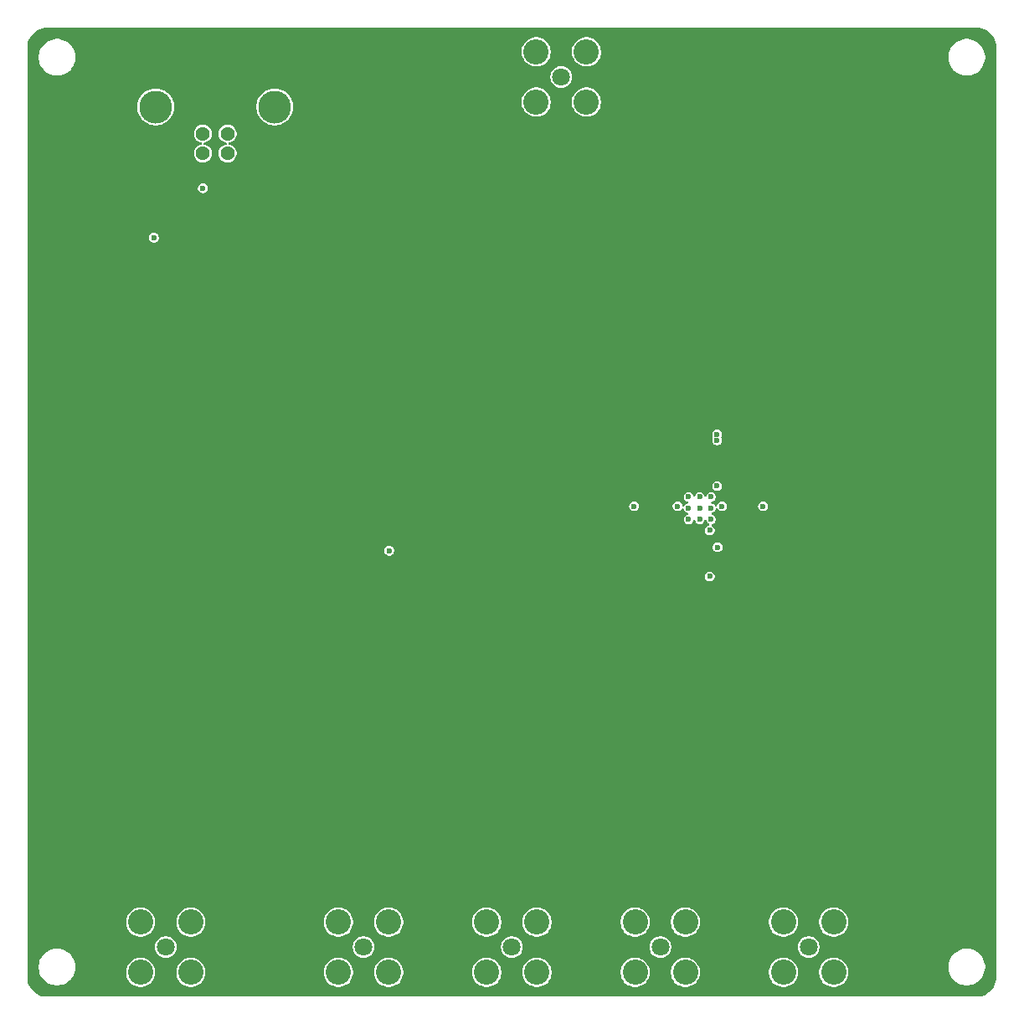
<source format=gbr>
%TF.GenerationSoftware,KiCad,Pcbnew,9.0.1*%
%TF.CreationDate,2025-12-29T16:13:27-06:00*%
%TF.ProjectId,opensync_prototype,6f70656e-7379-46e6-935f-70726f746f74,0.1*%
%TF.SameCoordinates,Original*%
%TF.FileFunction,Copper,L3,Inr*%
%TF.FilePolarity,Positive*%
%FSLAX46Y46*%
G04 Gerber Fmt 4.6, Leading zero omitted, Abs format (unit mm)*
G04 Created by KiCad (PCBNEW 9.0.1) date 2025-12-29 16:13:27*
%MOMM*%
%LPD*%
G01*
G04 APERTURE LIST*
%TA.AperFunction,ComponentPad*%
%ADD10C,0.600000*%
%TD*%
%TA.AperFunction,ComponentPad*%
%ADD11C,1.428000*%
%TD*%
%TA.AperFunction,ComponentPad*%
%ADD12C,3.316000*%
%TD*%
%TA.AperFunction,ComponentPad*%
%ADD13C,1.800000*%
%TD*%
%TA.AperFunction,ComponentPad*%
%ADD14C,2.550000*%
%TD*%
%TA.AperFunction,ViaPad*%
%ADD15C,0.600000*%
%TD*%
G04 APERTURE END LIST*
D10*
%TO.N,GND*%
%TO.C,U2*%
X132133333Y-95733333D03*
X132133333Y-94600000D03*
X132133333Y-93466667D03*
X131000000Y-95733333D03*
X131000000Y-94600000D03*
X131000000Y-93466667D03*
X129866667Y-95733333D03*
X129866667Y-94600000D03*
X129866667Y-93466667D03*
%TD*%
D11*
%TO.N,VBUS*%
%TO.C,J1*%
X80750000Y-58740000D03*
%TO.N,/Power and Data/USB_D-*%
X83250000Y-58740000D03*
%TO.N,/Power and Data/USB_D+*%
X83250000Y-56740000D03*
%TO.N,GND_BUS*%
X80750000Y-56740000D03*
D12*
X88020000Y-54030000D03*
X75980000Y-54030000D03*
%TD*%
D13*
%TO.N,/Microcontroller and Ext. Clock/SAFETY_INTERLOCK*%
%TO.C,J13*%
X117000000Y-51000000D03*
D14*
%TO.N,GND*%
X119540000Y-53540000D03*
X114460000Y-53540000D03*
X114460000Y-48460000D03*
X119540000Y-48460000D03*
%TD*%
D13*
%TO.N,Net-(J6-Pad1)*%
%TO.C,J6*%
X127000000Y-139000000D03*
D14*
%TO.N,GND*%
X129540000Y-136460000D03*
X124460000Y-136460000D03*
X124460000Y-141540000D03*
X129540000Y-141540000D03*
%TD*%
D13*
%TO.N,Net-(J4-Pad1)*%
%TO.C,J4*%
X97000000Y-139000000D03*
D14*
%TO.N,GND*%
X99540000Y-136460000D03*
X94460000Y-136460000D03*
X94460000Y-141540000D03*
X99540000Y-141540000D03*
%TD*%
D13*
%TO.N,Net-(J2-Pad1)*%
%TO.C,J2*%
X77000000Y-139000000D03*
D14*
%TO.N,GND*%
X79540000Y-136460000D03*
X74460000Y-136460000D03*
X74460000Y-141540000D03*
X79540000Y-141540000D03*
%TD*%
D13*
%TO.N,Net-(J7-Pad1)*%
%TO.C,J7*%
X142000000Y-139000000D03*
D14*
%TO.N,GND*%
X144540000Y-136460000D03*
X139460000Y-136460000D03*
X139460000Y-141540000D03*
X144540000Y-141540000D03*
%TD*%
D13*
%TO.N,Net-(J5-Pad1)*%
%TO.C,J5*%
X112000000Y-139000000D03*
D14*
%TO.N,GND*%
X114540000Y-136460000D03*
X109460000Y-136460000D03*
X109460000Y-141540000D03*
X114540000Y-141540000D03*
%TD*%
D15*
%TO.N,+1V1*%
X132750000Y-87750000D03*
X132000000Y-101500000D03*
X133250000Y-94400000D03*
X128750000Y-94400000D03*
X132750000Y-92350000D03*
X124350000Y-94400000D03*
X137400000Y-94400000D03*
X132000000Y-96850000D03*
X132750000Y-87150000D03*
%TO.N,VBUS*%
X80750000Y-62250000D03*
X75800000Y-67250000D03*
%TO.N,+5V*%
X130200000Y-132400000D03*
X145200000Y-132400000D03*
X96100000Y-78200000D03*
X100200000Y-132400000D03*
X115200000Y-132400000D03*
X147000000Y-58800000D03*
%TO.N,/Microcontroller and Ext. Clock/RUN*%
X99600000Y-98900000D03*
X132800000Y-98550000D03*
%TD*%
%TA.AperFunction,Conductor*%
%TO.N,+5V*%
G36*
X159003234Y-46000712D02*
G01*
X159254517Y-46017181D01*
X159267342Y-46018870D01*
X159511150Y-46067366D01*
X159523650Y-46070715D01*
X159645120Y-46111949D01*
X159759033Y-46150618D01*
X159770996Y-46155574D01*
X159993929Y-46265512D01*
X160005145Y-46271987D01*
X160211824Y-46410086D01*
X160222097Y-46417969D01*
X160408981Y-46581861D01*
X160418138Y-46591018D01*
X160582030Y-46777902D01*
X160589913Y-46788175D01*
X160728012Y-46994854D01*
X160734487Y-47006070D01*
X160844425Y-47229003D01*
X160849381Y-47240966D01*
X160929282Y-47476344D01*
X160932634Y-47488853D01*
X160981128Y-47732650D01*
X160982818Y-47745489D01*
X160999288Y-47996765D01*
X160999500Y-48003240D01*
X160999500Y-141996759D01*
X160999288Y-142003234D01*
X160982818Y-142254510D01*
X160981128Y-142267349D01*
X160932634Y-142511146D01*
X160929282Y-142523655D01*
X160849381Y-142759033D01*
X160844425Y-142770996D01*
X160734487Y-142993929D01*
X160728012Y-143005145D01*
X160589913Y-143211824D01*
X160582030Y-143222097D01*
X160418138Y-143408981D01*
X160408981Y-143418138D01*
X160222097Y-143582030D01*
X160211824Y-143589913D01*
X160005145Y-143728012D01*
X159993929Y-143734487D01*
X159770996Y-143844425D01*
X159759033Y-143849381D01*
X159523655Y-143929282D01*
X159511146Y-143932634D01*
X159267349Y-143981128D01*
X159254510Y-143982818D01*
X159003234Y-143999288D01*
X158996759Y-143999500D01*
X65003241Y-143999500D01*
X64996766Y-143999288D01*
X64745489Y-143982818D01*
X64732650Y-143981128D01*
X64488853Y-143932634D01*
X64476344Y-143929282D01*
X64240966Y-143849381D01*
X64229003Y-143844425D01*
X64006070Y-143734487D01*
X63994854Y-143728012D01*
X63788175Y-143589913D01*
X63777902Y-143582030D01*
X63591018Y-143418138D01*
X63581861Y-143408981D01*
X63417969Y-143222097D01*
X63410086Y-143211824D01*
X63271987Y-143005145D01*
X63265512Y-142993929D01*
X63155574Y-142770996D01*
X63150618Y-142759033D01*
X63070717Y-142523655D01*
X63067365Y-142511146D01*
X63018870Y-142267342D01*
X63017181Y-142254510D01*
X63015098Y-142222731D01*
X63000712Y-142003234D01*
X63000500Y-141996759D01*
X63000500Y-140878710D01*
X64149500Y-140878710D01*
X64149500Y-141121289D01*
X64181161Y-141361781D01*
X64181161Y-141361786D01*
X64243944Y-141596092D01*
X64243948Y-141596105D01*
X64336772Y-141820204D01*
X64336774Y-141820208D01*
X64336776Y-141820212D01*
X64440577Y-142000000D01*
X64458066Y-142030292D01*
X64605729Y-142222731D01*
X64605731Y-142222733D01*
X64605735Y-142222738D01*
X64777262Y-142394265D01*
X64777266Y-142394268D01*
X64777268Y-142394270D01*
X64937877Y-142517509D01*
X64969711Y-142541936D01*
X65179788Y-142663224D01*
X65179794Y-142663226D01*
X65179795Y-142663227D01*
X65216406Y-142678391D01*
X65403900Y-142756054D01*
X65638211Y-142818838D01*
X65878712Y-142850500D01*
X65878713Y-142850500D01*
X66121287Y-142850500D01*
X66121288Y-142850500D01*
X66361789Y-142818838D01*
X66596100Y-142756054D01*
X66820212Y-142663224D01*
X67030289Y-142541936D01*
X67222738Y-142394265D01*
X67394265Y-142222738D01*
X67541936Y-142030289D01*
X67663224Y-141820212D01*
X67756054Y-141596100D01*
X67802203Y-141423872D01*
X72984500Y-141423872D01*
X72984500Y-141656127D01*
X73020829Y-141885509D01*
X73059081Y-142003234D01*
X73092600Y-142106396D01*
X73130373Y-142180529D01*
X73198037Y-142313329D01*
X73272698Y-142416091D01*
X73334551Y-142501224D01*
X73498776Y-142665449D01*
X73623479Y-142756051D01*
X73686670Y-142801962D01*
X73753069Y-142835794D01*
X73893604Y-142907400D01*
X74114486Y-142979169D01*
X74114487Y-142979169D01*
X74114490Y-142979170D01*
X74343873Y-143015500D01*
X74343876Y-143015500D01*
X74576127Y-143015500D01*
X74805509Y-142979170D01*
X74805510Y-142979169D01*
X74805514Y-142979169D01*
X75026396Y-142907400D01*
X75233331Y-142801961D01*
X75421224Y-142665449D01*
X75585449Y-142501224D01*
X75721961Y-142313331D01*
X75827400Y-142106396D01*
X75899169Y-141885514D01*
X75935500Y-141656124D01*
X75935500Y-141423876D01*
X75935500Y-141423872D01*
X78064500Y-141423872D01*
X78064500Y-141656127D01*
X78100829Y-141885509D01*
X78139081Y-142003234D01*
X78172600Y-142106396D01*
X78210373Y-142180529D01*
X78278037Y-142313329D01*
X78352698Y-142416091D01*
X78414551Y-142501224D01*
X78578776Y-142665449D01*
X78703479Y-142756051D01*
X78766670Y-142801962D01*
X78833069Y-142835794D01*
X78973604Y-142907400D01*
X79194486Y-142979169D01*
X79194487Y-142979169D01*
X79194490Y-142979170D01*
X79423873Y-143015500D01*
X79423876Y-143015500D01*
X79656127Y-143015500D01*
X79885509Y-142979170D01*
X79885510Y-142979169D01*
X79885514Y-142979169D01*
X80106396Y-142907400D01*
X80313331Y-142801961D01*
X80501224Y-142665449D01*
X80665449Y-142501224D01*
X80801961Y-142313331D01*
X80907400Y-142106396D01*
X80979169Y-141885514D01*
X81015500Y-141656124D01*
X81015500Y-141423876D01*
X81015500Y-141423872D01*
X92984500Y-141423872D01*
X92984500Y-141656127D01*
X93020829Y-141885509D01*
X93059081Y-142003234D01*
X93092600Y-142106396D01*
X93130373Y-142180529D01*
X93198037Y-142313329D01*
X93272698Y-142416091D01*
X93334551Y-142501224D01*
X93498776Y-142665449D01*
X93623479Y-142756051D01*
X93686670Y-142801962D01*
X93753069Y-142835794D01*
X93893604Y-142907400D01*
X94114486Y-142979169D01*
X94114487Y-142979169D01*
X94114490Y-142979170D01*
X94343873Y-143015500D01*
X94343876Y-143015500D01*
X94576127Y-143015500D01*
X94805509Y-142979170D01*
X94805510Y-142979169D01*
X94805514Y-142979169D01*
X95026396Y-142907400D01*
X95233331Y-142801961D01*
X95421224Y-142665449D01*
X95585449Y-142501224D01*
X95721961Y-142313331D01*
X95827400Y-142106396D01*
X95899169Y-141885514D01*
X95935500Y-141656124D01*
X95935500Y-141423876D01*
X95935500Y-141423872D01*
X98064500Y-141423872D01*
X98064500Y-141656127D01*
X98100829Y-141885509D01*
X98139081Y-142003234D01*
X98172600Y-142106396D01*
X98210373Y-142180529D01*
X98278037Y-142313329D01*
X98352698Y-142416091D01*
X98414551Y-142501224D01*
X98578776Y-142665449D01*
X98703479Y-142756051D01*
X98766670Y-142801962D01*
X98833069Y-142835794D01*
X98973604Y-142907400D01*
X99194486Y-142979169D01*
X99194487Y-142979169D01*
X99194490Y-142979170D01*
X99423873Y-143015500D01*
X99423876Y-143015500D01*
X99656127Y-143015500D01*
X99885509Y-142979170D01*
X99885510Y-142979169D01*
X99885514Y-142979169D01*
X100106396Y-142907400D01*
X100313331Y-142801961D01*
X100501224Y-142665449D01*
X100665449Y-142501224D01*
X100801961Y-142313331D01*
X100907400Y-142106396D01*
X100979169Y-141885514D01*
X101015500Y-141656124D01*
X101015500Y-141423876D01*
X101015500Y-141423872D01*
X107984500Y-141423872D01*
X107984500Y-141656127D01*
X108020829Y-141885509D01*
X108059081Y-142003234D01*
X108092600Y-142106396D01*
X108130373Y-142180529D01*
X108198037Y-142313329D01*
X108272698Y-142416091D01*
X108334551Y-142501224D01*
X108498776Y-142665449D01*
X108623479Y-142756051D01*
X108686670Y-142801962D01*
X108753069Y-142835794D01*
X108893604Y-142907400D01*
X109114486Y-142979169D01*
X109114487Y-142979169D01*
X109114490Y-142979170D01*
X109343873Y-143015500D01*
X109343876Y-143015500D01*
X109576127Y-143015500D01*
X109805509Y-142979170D01*
X109805510Y-142979169D01*
X109805514Y-142979169D01*
X110026396Y-142907400D01*
X110233331Y-142801961D01*
X110421224Y-142665449D01*
X110585449Y-142501224D01*
X110721961Y-142313331D01*
X110827400Y-142106396D01*
X110899169Y-141885514D01*
X110935500Y-141656124D01*
X110935500Y-141423876D01*
X110935500Y-141423872D01*
X113064500Y-141423872D01*
X113064500Y-141656127D01*
X113100829Y-141885509D01*
X113139081Y-142003234D01*
X113172600Y-142106396D01*
X113210373Y-142180529D01*
X113278037Y-142313329D01*
X113352698Y-142416091D01*
X113414551Y-142501224D01*
X113578776Y-142665449D01*
X113703479Y-142756051D01*
X113766670Y-142801962D01*
X113833069Y-142835794D01*
X113973604Y-142907400D01*
X114194486Y-142979169D01*
X114194487Y-142979169D01*
X114194490Y-142979170D01*
X114423873Y-143015500D01*
X114423876Y-143015500D01*
X114656127Y-143015500D01*
X114885509Y-142979170D01*
X114885510Y-142979169D01*
X114885514Y-142979169D01*
X115106396Y-142907400D01*
X115313331Y-142801961D01*
X115501224Y-142665449D01*
X115665449Y-142501224D01*
X115801961Y-142313331D01*
X115907400Y-142106396D01*
X115979169Y-141885514D01*
X116015500Y-141656124D01*
X116015500Y-141423876D01*
X116015500Y-141423872D01*
X122984500Y-141423872D01*
X122984500Y-141656127D01*
X123020829Y-141885509D01*
X123059081Y-142003234D01*
X123092600Y-142106396D01*
X123130373Y-142180529D01*
X123198037Y-142313329D01*
X123272698Y-142416091D01*
X123334551Y-142501224D01*
X123498776Y-142665449D01*
X123623479Y-142756051D01*
X123686670Y-142801962D01*
X123753069Y-142835794D01*
X123893604Y-142907400D01*
X124114486Y-142979169D01*
X124114487Y-142979169D01*
X124114490Y-142979170D01*
X124343873Y-143015500D01*
X124343876Y-143015500D01*
X124576127Y-143015500D01*
X124805509Y-142979170D01*
X124805510Y-142979169D01*
X124805514Y-142979169D01*
X125026396Y-142907400D01*
X125233331Y-142801961D01*
X125421224Y-142665449D01*
X125585449Y-142501224D01*
X125721961Y-142313331D01*
X125827400Y-142106396D01*
X125899169Y-141885514D01*
X125935500Y-141656124D01*
X125935500Y-141423876D01*
X125935500Y-141423872D01*
X128064500Y-141423872D01*
X128064500Y-141656127D01*
X128100829Y-141885509D01*
X128139081Y-142003234D01*
X128172600Y-142106396D01*
X128210373Y-142180529D01*
X128278037Y-142313329D01*
X128352698Y-142416091D01*
X128414551Y-142501224D01*
X128578776Y-142665449D01*
X128703479Y-142756051D01*
X128766670Y-142801962D01*
X128833069Y-142835794D01*
X128973604Y-142907400D01*
X129194486Y-142979169D01*
X129194487Y-142979169D01*
X129194490Y-142979170D01*
X129423873Y-143015500D01*
X129423876Y-143015500D01*
X129656127Y-143015500D01*
X129885509Y-142979170D01*
X129885510Y-142979169D01*
X129885514Y-142979169D01*
X130106396Y-142907400D01*
X130313331Y-142801961D01*
X130501224Y-142665449D01*
X130665449Y-142501224D01*
X130801961Y-142313331D01*
X130907400Y-142106396D01*
X130979169Y-141885514D01*
X131015500Y-141656124D01*
X131015500Y-141423876D01*
X131015500Y-141423872D01*
X137984500Y-141423872D01*
X137984500Y-141656127D01*
X138020829Y-141885509D01*
X138059081Y-142003234D01*
X138092600Y-142106396D01*
X138130373Y-142180529D01*
X138198037Y-142313329D01*
X138272698Y-142416091D01*
X138334551Y-142501224D01*
X138498776Y-142665449D01*
X138623479Y-142756051D01*
X138686670Y-142801962D01*
X138753069Y-142835794D01*
X138893604Y-142907400D01*
X139114486Y-142979169D01*
X139114487Y-142979169D01*
X139114490Y-142979170D01*
X139343873Y-143015500D01*
X139343876Y-143015500D01*
X139576127Y-143015500D01*
X139805509Y-142979170D01*
X139805510Y-142979169D01*
X139805514Y-142979169D01*
X140026396Y-142907400D01*
X140233331Y-142801961D01*
X140421224Y-142665449D01*
X140585449Y-142501224D01*
X140721961Y-142313331D01*
X140827400Y-142106396D01*
X140899169Y-141885514D01*
X140935500Y-141656124D01*
X140935500Y-141423876D01*
X140935500Y-141423872D01*
X143064500Y-141423872D01*
X143064500Y-141656127D01*
X143100829Y-141885509D01*
X143139081Y-142003234D01*
X143172600Y-142106396D01*
X143210373Y-142180529D01*
X143278037Y-142313329D01*
X143352698Y-142416091D01*
X143414551Y-142501224D01*
X143578776Y-142665449D01*
X143703479Y-142756051D01*
X143766670Y-142801962D01*
X143833069Y-142835794D01*
X143973604Y-142907400D01*
X144194486Y-142979169D01*
X144194487Y-142979169D01*
X144194490Y-142979170D01*
X144423873Y-143015500D01*
X144423876Y-143015500D01*
X144656127Y-143015500D01*
X144885509Y-142979170D01*
X144885510Y-142979169D01*
X144885514Y-142979169D01*
X145106396Y-142907400D01*
X145313331Y-142801961D01*
X145501224Y-142665449D01*
X145665449Y-142501224D01*
X145801961Y-142313331D01*
X145907400Y-142106396D01*
X145979169Y-141885514D01*
X146015500Y-141656124D01*
X146015500Y-141423876D01*
X146015500Y-141423872D01*
X145979170Y-141194490D01*
X145907400Y-140973605D01*
X145907400Y-140973604D01*
X145859049Y-140878710D01*
X156149500Y-140878710D01*
X156149500Y-141121289D01*
X156181161Y-141361781D01*
X156181161Y-141361786D01*
X156243944Y-141596092D01*
X156243948Y-141596105D01*
X156336772Y-141820204D01*
X156336774Y-141820208D01*
X156336776Y-141820212D01*
X156440577Y-142000000D01*
X156458066Y-142030292D01*
X156605729Y-142222731D01*
X156605731Y-142222733D01*
X156605735Y-142222738D01*
X156777262Y-142394265D01*
X156777266Y-142394268D01*
X156777268Y-142394270D01*
X156937877Y-142517509D01*
X156969711Y-142541936D01*
X157179788Y-142663224D01*
X157179794Y-142663226D01*
X157179795Y-142663227D01*
X157216406Y-142678391D01*
X157403900Y-142756054D01*
X157638211Y-142818838D01*
X157878712Y-142850500D01*
X157878713Y-142850500D01*
X158121287Y-142850500D01*
X158121288Y-142850500D01*
X158361789Y-142818838D01*
X158596100Y-142756054D01*
X158820212Y-142663224D01*
X159030289Y-142541936D01*
X159222738Y-142394265D01*
X159394265Y-142222738D01*
X159541936Y-142030289D01*
X159663224Y-141820212D01*
X159756054Y-141596100D01*
X159818838Y-141361789D01*
X159850500Y-141121288D01*
X159850500Y-140878712D01*
X159818838Y-140638211D01*
X159756054Y-140403900D01*
X159663224Y-140179788D01*
X159541936Y-139969711D01*
X159394265Y-139777262D01*
X159222738Y-139605735D01*
X159222733Y-139605731D01*
X159222731Y-139605729D01*
X159030292Y-139458066D01*
X159030289Y-139458064D01*
X158820212Y-139336776D01*
X158820208Y-139336774D01*
X158820204Y-139336772D01*
X158596105Y-139243948D01*
X158596104Y-139243947D01*
X158596100Y-139243946D01*
X158361789Y-139181162D01*
X158361786Y-139181161D01*
X158361784Y-139181161D01*
X158121289Y-139149500D01*
X158121288Y-139149500D01*
X157878712Y-139149500D01*
X157878710Y-139149500D01*
X157638218Y-139181161D01*
X157638213Y-139181161D01*
X157403907Y-139243944D01*
X157403894Y-139243948D01*
X157179795Y-139336772D01*
X156969707Y-139458066D01*
X156777268Y-139605729D01*
X156605729Y-139777268D01*
X156458066Y-139969707D01*
X156336772Y-140179795D01*
X156243948Y-140403894D01*
X156243944Y-140403907D01*
X156181161Y-140638213D01*
X156181161Y-140638218D01*
X156149500Y-140878710D01*
X145859049Y-140878710D01*
X145801961Y-140766669D01*
X145665449Y-140578776D01*
X145501224Y-140414551D01*
X145416091Y-140352698D01*
X145313329Y-140278037D01*
X145180529Y-140210373D01*
X145106396Y-140172600D01*
X145106393Y-140172599D01*
X145106391Y-140172598D01*
X144885509Y-140100829D01*
X144656127Y-140064500D01*
X144656124Y-140064500D01*
X144423876Y-140064500D01*
X144423873Y-140064500D01*
X144194490Y-140100829D01*
X143973608Y-140172598D01*
X143766670Y-140278037D01*
X143578777Y-140414550D01*
X143414550Y-140578777D01*
X143278037Y-140766670D01*
X143172598Y-140973608D01*
X143100829Y-141194490D01*
X143064500Y-141423872D01*
X140935500Y-141423872D01*
X140899170Y-141194490D01*
X140827401Y-140973608D01*
X140827400Y-140973604D01*
X140755794Y-140833069D01*
X140721962Y-140766670D01*
X140628631Y-140638211D01*
X140585449Y-140578776D01*
X140421224Y-140414551D01*
X140336091Y-140352698D01*
X140233329Y-140278037D01*
X140100529Y-140210373D01*
X140026396Y-140172600D01*
X140026393Y-140172599D01*
X140026391Y-140172598D01*
X139805509Y-140100829D01*
X139576127Y-140064500D01*
X139576124Y-140064500D01*
X139343876Y-140064500D01*
X139343873Y-140064500D01*
X139114490Y-140100829D01*
X138893608Y-140172598D01*
X138686670Y-140278037D01*
X138498777Y-140414550D01*
X138334550Y-140578777D01*
X138198037Y-140766670D01*
X138092598Y-140973608D01*
X138020829Y-141194490D01*
X137984500Y-141423872D01*
X131015500Y-141423872D01*
X130979170Y-141194490D01*
X130907401Y-140973608D01*
X130907400Y-140973604D01*
X130835794Y-140833069D01*
X130801962Y-140766670D01*
X130708631Y-140638211D01*
X130665449Y-140578776D01*
X130501224Y-140414551D01*
X130416091Y-140352698D01*
X130313329Y-140278037D01*
X130180529Y-140210373D01*
X130106396Y-140172600D01*
X130106393Y-140172599D01*
X130106391Y-140172598D01*
X129885509Y-140100829D01*
X129656127Y-140064500D01*
X129656124Y-140064500D01*
X129423876Y-140064500D01*
X129423873Y-140064500D01*
X129194490Y-140100829D01*
X128973608Y-140172598D01*
X128766670Y-140278037D01*
X128578777Y-140414550D01*
X128414550Y-140578777D01*
X128278037Y-140766670D01*
X128172598Y-140973608D01*
X128100829Y-141194490D01*
X128064500Y-141423872D01*
X125935500Y-141423872D01*
X125899170Y-141194490D01*
X125827401Y-140973608D01*
X125827400Y-140973604D01*
X125755794Y-140833069D01*
X125721962Y-140766670D01*
X125628631Y-140638211D01*
X125585449Y-140578776D01*
X125421224Y-140414551D01*
X125336091Y-140352698D01*
X125233329Y-140278037D01*
X125100529Y-140210373D01*
X125026396Y-140172600D01*
X125026393Y-140172599D01*
X125026391Y-140172598D01*
X124805509Y-140100829D01*
X124576127Y-140064500D01*
X124576124Y-140064500D01*
X124343876Y-140064500D01*
X124343873Y-140064500D01*
X124114490Y-140100829D01*
X123893608Y-140172598D01*
X123686670Y-140278037D01*
X123498777Y-140414550D01*
X123334550Y-140578777D01*
X123198037Y-140766670D01*
X123092598Y-140973608D01*
X123020829Y-141194490D01*
X122984500Y-141423872D01*
X116015500Y-141423872D01*
X115979170Y-141194490D01*
X115907401Y-140973608D01*
X115907400Y-140973604D01*
X115835794Y-140833069D01*
X115801962Y-140766670D01*
X115708631Y-140638211D01*
X115665449Y-140578776D01*
X115501224Y-140414551D01*
X115416091Y-140352698D01*
X115313329Y-140278037D01*
X115180529Y-140210373D01*
X115106396Y-140172600D01*
X115106393Y-140172599D01*
X115106391Y-140172598D01*
X114885509Y-140100829D01*
X114656127Y-140064500D01*
X114656124Y-140064500D01*
X114423876Y-140064500D01*
X114423873Y-140064500D01*
X114194490Y-140100829D01*
X113973608Y-140172598D01*
X113766670Y-140278037D01*
X113578777Y-140414550D01*
X113414550Y-140578777D01*
X113278037Y-140766670D01*
X113172598Y-140973608D01*
X113100829Y-141194490D01*
X113064500Y-141423872D01*
X110935500Y-141423872D01*
X110899170Y-141194490D01*
X110827401Y-140973608D01*
X110827400Y-140973604D01*
X110755794Y-140833069D01*
X110721962Y-140766670D01*
X110628631Y-140638211D01*
X110585449Y-140578776D01*
X110421224Y-140414551D01*
X110336091Y-140352698D01*
X110233329Y-140278037D01*
X110100529Y-140210373D01*
X110026396Y-140172600D01*
X110026393Y-140172599D01*
X110026391Y-140172598D01*
X109805509Y-140100829D01*
X109576127Y-140064500D01*
X109576124Y-140064500D01*
X109343876Y-140064500D01*
X109343873Y-140064500D01*
X109114490Y-140100829D01*
X108893608Y-140172598D01*
X108686670Y-140278037D01*
X108498777Y-140414550D01*
X108334550Y-140578777D01*
X108198037Y-140766670D01*
X108092598Y-140973608D01*
X108020829Y-141194490D01*
X107984500Y-141423872D01*
X101015500Y-141423872D01*
X100979170Y-141194490D01*
X100907401Y-140973608D01*
X100907400Y-140973604D01*
X100835794Y-140833069D01*
X100801962Y-140766670D01*
X100708631Y-140638211D01*
X100665449Y-140578776D01*
X100501224Y-140414551D01*
X100416091Y-140352698D01*
X100313329Y-140278037D01*
X100180529Y-140210373D01*
X100106396Y-140172600D01*
X100106393Y-140172599D01*
X100106391Y-140172598D01*
X99885509Y-140100829D01*
X99656127Y-140064500D01*
X99656124Y-140064500D01*
X99423876Y-140064500D01*
X99423873Y-140064500D01*
X99194490Y-140100829D01*
X98973608Y-140172598D01*
X98766670Y-140278037D01*
X98578777Y-140414550D01*
X98414550Y-140578777D01*
X98278037Y-140766670D01*
X98172598Y-140973608D01*
X98100829Y-141194490D01*
X98064500Y-141423872D01*
X95935500Y-141423872D01*
X95899170Y-141194490D01*
X95827401Y-140973608D01*
X95827400Y-140973604D01*
X95755794Y-140833069D01*
X95721962Y-140766670D01*
X95628631Y-140638211D01*
X95585449Y-140578776D01*
X95421224Y-140414551D01*
X95336091Y-140352698D01*
X95233329Y-140278037D01*
X95100529Y-140210373D01*
X95026396Y-140172600D01*
X95026393Y-140172599D01*
X95026391Y-140172598D01*
X94805509Y-140100829D01*
X94576127Y-140064500D01*
X94576124Y-140064500D01*
X94343876Y-140064500D01*
X94343873Y-140064500D01*
X94114490Y-140100829D01*
X93893608Y-140172598D01*
X93686670Y-140278037D01*
X93498777Y-140414550D01*
X93334550Y-140578777D01*
X93198037Y-140766670D01*
X93092598Y-140973608D01*
X93020829Y-141194490D01*
X92984500Y-141423872D01*
X81015500Y-141423872D01*
X80979170Y-141194490D01*
X80907401Y-140973608D01*
X80907400Y-140973604D01*
X80835794Y-140833069D01*
X80801962Y-140766670D01*
X80708631Y-140638211D01*
X80665449Y-140578776D01*
X80501224Y-140414551D01*
X80416091Y-140352698D01*
X80313329Y-140278037D01*
X80180529Y-140210373D01*
X80106396Y-140172600D01*
X80106393Y-140172599D01*
X80106391Y-140172598D01*
X79885509Y-140100829D01*
X79656127Y-140064500D01*
X79656124Y-140064500D01*
X79423876Y-140064500D01*
X79423873Y-140064500D01*
X79194490Y-140100829D01*
X78973608Y-140172598D01*
X78766670Y-140278037D01*
X78578777Y-140414550D01*
X78414550Y-140578777D01*
X78278037Y-140766670D01*
X78172598Y-140973608D01*
X78100829Y-141194490D01*
X78064500Y-141423872D01*
X75935500Y-141423872D01*
X75899170Y-141194490D01*
X75827401Y-140973608D01*
X75827400Y-140973604D01*
X75755794Y-140833069D01*
X75721962Y-140766670D01*
X75628631Y-140638211D01*
X75585449Y-140578776D01*
X75421224Y-140414551D01*
X75336091Y-140352698D01*
X75233329Y-140278037D01*
X75100529Y-140210373D01*
X75026396Y-140172600D01*
X75026393Y-140172599D01*
X75026391Y-140172598D01*
X74805509Y-140100829D01*
X74576127Y-140064500D01*
X74576124Y-140064500D01*
X74343876Y-140064500D01*
X74343873Y-140064500D01*
X74114490Y-140100829D01*
X73893608Y-140172598D01*
X73686670Y-140278037D01*
X73498777Y-140414550D01*
X73334550Y-140578777D01*
X73198037Y-140766670D01*
X73092598Y-140973608D01*
X73020829Y-141194490D01*
X72984500Y-141423872D01*
X67802203Y-141423872D01*
X67818838Y-141361789D01*
X67850500Y-141121288D01*
X67850500Y-140878712D01*
X67818838Y-140638211D01*
X67756054Y-140403900D01*
X67663224Y-140179788D01*
X67541936Y-139969711D01*
X67394265Y-139777262D01*
X67222738Y-139605735D01*
X67222733Y-139605731D01*
X67222731Y-139605729D01*
X67030292Y-139458066D01*
X67030289Y-139458064D01*
X66820212Y-139336776D01*
X66820208Y-139336774D01*
X66820204Y-139336772D01*
X66596105Y-139243948D01*
X66596104Y-139243947D01*
X66596100Y-139243946D01*
X66361789Y-139181162D01*
X66361786Y-139181161D01*
X66361784Y-139181161D01*
X66121289Y-139149500D01*
X66121288Y-139149500D01*
X65878712Y-139149500D01*
X65878710Y-139149500D01*
X65638218Y-139181161D01*
X65638213Y-139181161D01*
X65403907Y-139243944D01*
X65403894Y-139243948D01*
X65179795Y-139336772D01*
X64969707Y-139458066D01*
X64777268Y-139605729D01*
X64605729Y-139777268D01*
X64458066Y-139969707D01*
X64336772Y-140179795D01*
X64243948Y-140403894D01*
X64243944Y-140403907D01*
X64181161Y-140638213D01*
X64181161Y-140638218D01*
X64149500Y-140878710D01*
X63000500Y-140878710D01*
X63000500Y-138913385D01*
X75899500Y-138913385D01*
X75899500Y-139086614D01*
X75926597Y-139257702D01*
X75926598Y-139257706D01*
X75980123Y-139422438D01*
X75980125Y-139422441D01*
X75980126Y-139422444D01*
X75980127Y-139422445D01*
X76058768Y-139576788D01*
X76160586Y-139716928D01*
X76283072Y-139839414D01*
X76423212Y-139941232D01*
X76577555Y-140019873D01*
X76577557Y-140019873D01*
X76577558Y-140019874D01*
X76577561Y-140019876D01*
X76742293Y-140073401D01*
X76742297Y-140073402D01*
X76913386Y-140100500D01*
X76913389Y-140100500D01*
X77086614Y-140100500D01*
X77257702Y-140073402D01*
X77257706Y-140073401D01*
X77422438Y-140019876D01*
X77422440Y-140019874D01*
X77422445Y-140019873D01*
X77576788Y-139941232D01*
X77716928Y-139839414D01*
X77839414Y-139716928D01*
X77941232Y-139576788D01*
X78019873Y-139422445D01*
X78019874Y-139422440D01*
X78019876Y-139422438D01*
X78073401Y-139257706D01*
X78073402Y-139257702D01*
X78100500Y-139086614D01*
X78100500Y-138913385D01*
X95899500Y-138913385D01*
X95899500Y-139086614D01*
X95926597Y-139257702D01*
X95926598Y-139257706D01*
X95980123Y-139422438D01*
X95980125Y-139422441D01*
X95980126Y-139422444D01*
X95980127Y-139422445D01*
X96058768Y-139576788D01*
X96160586Y-139716928D01*
X96283072Y-139839414D01*
X96423212Y-139941232D01*
X96577555Y-140019873D01*
X96577557Y-140019873D01*
X96577558Y-140019874D01*
X96577561Y-140019876D01*
X96742293Y-140073401D01*
X96742297Y-140073402D01*
X96913386Y-140100500D01*
X96913389Y-140100500D01*
X97086614Y-140100500D01*
X97257702Y-140073402D01*
X97257706Y-140073401D01*
X97422438Y-140019876D01*
X97422440Y-140019874D01*
X97422445Y-140019873D01*
X97576788Y-139941232D01*
X97716928Y-139839414D01*
X97839414Y-139716928D01*
X97941232Y-139576788D01*
X98019873Y-139422445D01*
X98019874Y-139422440D01*
X98019876Y-139422438D01*
X98073401Y-139257706D01*
X98073402Y-139257702D01*
X98100500Y-139086614D01*
X98100500Y-138913385D01*
X110899500Y-138913385D01*
X110899500Y-139086614D01*
X110926597Y-139257702D01*
X110926598Y-139257706D01*
X110980123Y-139422438D01*
X110980125Y-139422441D01*
X110980126Y-139422444D01*
X110980127Y-139422445D01*
X111058768Y-139576788D01*
X111160586Y-139716928D01*
X111283072Y-139839414D01*
X111423212Y-139941232D01*
X111577555Y-140019873D01*
X111577557Y-140019873D01*
X111577558Y-140019874D01*
X111577561Y-140019876D01*
X111742293Y-140073401D01*
X111742297Y-140073402D01*
X111913386Y-140100500D01*
X111913389Y-140100500D01*
X112086614Y-140100500D01*
X112257702Y-140073402D01*
X112257706Y-140073401D01*
X112422438Y-140019876D01*
X112422440Y-140019874D01*
X112422445Y-140019873D01*
X112576788Y-139941232D01*
X112716928Y-139839414D01*
X112839414Y-139716928D01*
X112941232Y-139576788D01*
X113019873Y-139422445D01*
X113019874Y-139422440D01*
X113019876Y-139422438D01*
X113073401Y-139257706D01*
X113073402Y-139257702D01*
X113100500Y-139086614D01*
X113100500Y-138913385D01*
X125899500Y-138913385D01*
X125899500Y-139086614D01*
X125926597Y-139257702D01*
X125926598Y-139257706D01*
X125980123Y-139422438D01*
X125980125Y-139422441D01*
X125980126Y-139422444D01*
X125980127Y-139422445D01*
X126058768Y-139576788D01*
X126160586Y-139716928D01*
X126283072Y-139839414D01*
X126423212Y-139941232D01*
X126577555Y-140019873D01*
X126577557Y-140019873D01*
X126577558Y-140019874D01*
X126577561Y-140019876D01*
X126742293Y-140073401D01*
X126742297Y-140073402D01*
X126913386Y-140100500D01*
X126913389Y-140100500D01*
X127086614Y-140100500D01*
X127257702Y-140073402D01*
X127257706Y-140073401D01*
X127422438Y-140019876D01*
X127422440Y-140019874D01*
X127422445Y-140019873D01*
X127576788Y-139941232D01*
X127716928Y-139839414D01*
X127839414Y-139716928D01*
X127941232Y-139576788D01*
X128019873Y-139422445D01*
X128019874Y-139422440D01*
X128019876Y-139422438D01*
X128073401Y-139257706D01*
X128073402Y-139257702D01*
X128100500Y-139086614D01*
X128100500Y-138913385D01*
X140899500Y-138913385D01*
X140899500Y-139086614D01*
X140926597Y-139257702D01*
X140926598Y-139257706D01*
X140980123Y-139422438D01*
X140980125Y-139422441D01*
X140980126Y-139422444D01*
X140980127Y-139422445D01*
X141058768Y-139576788D01*
X141160586Y-139716928D01*
X141283072Y-139839414D01*
X141423212Y-139941232D01*
X141577555Y-140019873D01*
X141577557Y-140019873D01*
X141577558Y-140019874D01*
X141577561Y-140019876D01*
X141742293Y-140073401D01*
X141742297Y-140073402D01*
X141913386Y-140100500D01*
X141913389Y-140100500D01*
X142086614Y-140100500D01*
X142257702Y-140073402D01*
X142257706Y-140073401D01*
X142422438Y-140019876D01*
X142422440Y-140019874D01*
X142422445Y-140019873D01*
X142576788Y-139941232D01*
X142716928Y-139839414D01*
X142839414Y-139716928D01*
X142941232Y-139576788D01*
X143019873Y-139422445D01*
X143019874Y-139422440D01*
X143019876Y-139422438D01*
X143073401Y-139257706D01*
X143073402Y-139257702D01*
X143100500Y-139086614D01*
X143100500Y-138913385D01*
X143073402Y-138742297D01*
X143073401Y-138742293D01*
X143019876Y-138577561D01*
X143019874Y-138577558D01*
X143019873Y-138577557D01*
X143019873Y-138577555D01*
X142941232Y-138423212D01*
X142839414Y-138283072D01*
X142716928Y-138160586D01*
X142576788Y-138058768D01*
X142576787Y-138058767D01*
X142576785Y-138058766D01*
X142422441Y-137980125D01*
X142422438Y-137980123D01*
X142257706Y-137926598D01*
X142257702Y-137926597D01*
X142086614Y-137899500D01*
X142086611Y-137899500D01*
X141913389Y-137899500D01*
X141913386Y-137899500D01*
X141742297Y-137926597D01*
X141742293Y-137926598D01*
X141577561Y-137980123D01*
X141577558Y-137980125D01*
X141423214Y-138058766D01*
X141283073Y-138160585D01*
X141160585Y-138283073D01*
X141058766Y-138423214D01*
X140980125Y-138577558D01*
X140980123Y-138577561D01*
X140926598Y-138742293D01*
X140926597Y-138742297D01*
X140899500Y-138913385D01*
X128100500Y-138913385D01*
X128073402Y-138742297D01*
X128073401Y-138742293D01*
X128019876Y-138577561D01*
X128019874Y-138577558D01*
X128019873Y-138577557D01*
X128019873Y-138577555D01*
X127941232Y-138423212D01*
X127839414Y-138283072D01*
X127716928Y-138160586D01*
X127576788Y-138058768D01*
X127576787Y-138058767D01*
X127576785Y-138058766D01*
X127422441Y-137980125D01*
X127422438Y-137980123D01*
X127257706Y-137926598D01*
X127257702Y-137926597D01*
X127086614Y-137899500D01*
X127086611Y-137899500D01*
X126913389Y-137899500D01*
X126913386Y-137899500D01*
X126742297Y-137926597D01*
X126742293Y-137926598D01*
X126577561Y-137980123D01*
X126577558Y-137980125D01*
X126423214Y-138058766D01*
X126283073Y-138160585D01*
X126160585Y-138283073D01*
X126058766Y-138423214D01*
X125980125Y-138577558D01*
X125980123Y-138577561D01*
X125926598Y-138742293D01*
X125926597Y-138742297D01*
X125899500Y-138913385D01*
X113100500Y-138913385D01*
X113073402Y-138742297D01*
X113073401Y-138742293D01*
X113019876Y-138577561D01*
X113019874Y-138577558D01*
X113019873Y-138577557D01*
X113019873Y-138577555D01*
X112941232Y-138423212D01*
X112839414Y-138283072D01*
X112716928Y-138160586D01*
X112576788Y-138058768D01*
X112576787Y-138058767D01*
X112576785Y-138058766D01*
X112422441Y-137980125D01*
X112422438Y-137980123D01*
X112257706Y-137926598D01*
X112257702Y-137926597D01*
X112086614Y-137899500D01*
X112086611Y-137899500D01*
X111913389Y-137899500D01*
X111913386Y-137899500D01*
X111742297Y-137926597D01*
X111742293Y-137926598D01*
X111577561Y-137980123D01*
X111577558Y-137980125D01*
X111423214Y-138058766D01*
X111283073Y-138160585D01*
X111160585Y-138283073D01*
X111058766Y-138423214D01*
X110980125Y-138577558D01*
X110980123Y-138577561D01*
X110926598Y-138742293D01*
X110926597Y-138742297D01*
X110899500Y-138913385D01*
X98100500Y-138913385D01*
X98073402Y-138742297D01*
X98073401Y-138742293D01*
X98019876Y-138577561D01*
X98019874Y-138577558D01*
X98019873Y-138577557D01*
X98019873Y-138577555D01*
X97941232Y-138423212D01*
X97839414Y-138283072D01*
X97716928Y-138160586D01*
X97576788Y-138058768D01*
X97576787Y-138058767D01*
X97576785Y-138058766D01*
X97422441Y-137980125D01*
X97422438Y-137980123D01*
X97257706Y-137926598D01*
X97257702Y-137926597D01*
X97086614Y-137899500D01*
X97086611Y-137899500D01*
X96913389Y-137899500D01*
X96913386Y-137899500D01*
X96742297Y-137926597D01*
X96742293Y-137926598D01*
X96577561Y-137980123D01*
X96577558Y-137980125D01*
X96423214Y-138058766D01*
X96283073Y-138160585D01*
X96160585Y-138283073D01*
X96058766Y-138423214D01*
X95980125Y-138577558D01*
X95980123Y-138577561D01*
X95926598Y-138742293D01*
X95926597Y-138742297D01*
X95899500Y-138913385D01*
X78100500Y-138913385D01*
X78073402Y-138742297D01*
X78073401Y-138742293D01*
X78019876Y-138577561D01*
X78019874Y-138577558D01*
X78019873Y-138577557D01*
X78019873Y-138577555D01*
X77941232Y-138423212D01*
X77839414Y-138283072D01*
X77716928Y-138160586D01*
X77576788Y-138058768D01*
X77576787Y-138058767D01*
X77576785Y-138058766D01*
X77422441Y-137980125D01*
X77422438Y-137980123D01*
X77257706Y-137926598D01*
X77257702Y-137926597D01*
X77086614Y-137899500D01*
X77086611Y-137899500D01*
X76913389Y-137899500D01*
X76913386Y-137899500D01*
X76742297Y-137926597D01*
X76742293Y-137926598D01*
X76577561Y-137980123D01*
X76577558Y-137980125D01*
X76423214Y-138058766D01*
X76283073Y-138160585D01*
X76160585Y-138283073D01*
X76058766Y-138423214D01*
X75980125Y-138577558D01*
X75980123Y-138577561D01*
X75926598Y-138742293D01*
X75926597Y-138742297D01*
X75899500Y-138913385D01*
X63000500Y-138913385D01*
X63000500Y-136343872D01*
X72984500Y-136343872D01*
X72984500Y-136576127D01*
X73020829Y-136805509D01*
X73020831Y-136805514D01*
X73092600Y-137026396D01*
X73130373Y-137100529D01*
X73198037Y-137233329D01*
X73272698Y-137336091D01*
X73334551Y-137421224D01*
X73498776Y-137585449D01*
X73635289Y-137684631D01*
X73686670Y-137721962D01*
X73753069Y-137755794D01*
X73893604Y-137827400D01*
X74114486Y-137899169D01*
X74114487Y-137899169D01*
X74114490Y-137899170D01*
X74343873Y-137935500D01*
X74343876Y-137935500D01*
X74576127Y-137935500D01*
X74805509Y-137899170D01*
X74805510Y-137899169D01*
X74805514Y-137899169D01*
X75026396Y-137827400D01*
X75233331Y-137721961D01*
X75421224Y-137585449D01*
X75585449Y-137421224D01*
X75721961Y-137233331D01*
X75827400Y-137026396D01*
X75899169Y-136805514D01*
X75935500Y-136576124D01*
X75935500Y-136343876D01*
X75935500Y-136343872D01*
X78064500Y-136343872D01*
X78064500Y-136576127D01*
X78100829Y-136805509D01*
X78100831Y-136805514D01*
X78172600Y-137026396D01*
X78210373Y-137100529D01*
X78278037Y-137233329D01*
X78352698Y-137336091D01*
X78414551Y-137421224D01*
X78578776Y-137585449D01*
X78715289Y-137684631D01*
X78766670Y-137721962D01*
X78833069Y-137755794D01*
X78973604Y-137827400D01*
X79194486Y-137899169D01*
X79194487Y-137899169D01*
X79194490Y-137899170D01*
X79423873Y-137935500D01*
X79423876Y-137935500D01*
X79656127Y-137935500D01*
X79885509Y-137899170D01*
X79885510Y-137899169D01*
X79885514Y-137899169D01*
X80106396Y-137827400D01*
X80313331Y-137721961D01*
X80501224Y-137585449D01*
X80665449Y-137421224D01*
X80801961Y-137233331D01*
X80907400Y-137026396D01*
X80979169Y-136805514D01*
X81015500Y-136576124D01*
X81015500Y-136343876D01*
X81015500Y-136343872D01*
X92984500Y-136343872D01*
X92984500Y-136576127D01*
X93020829Y-136805509D01*
X93020831Y-136805514D01*
X93092600Y-137026396D01*
X93130373Y-137100529D01*
X93198037Y-137233329D01*
X93272698Y-137336091D01*
X93334551Y-137421224D01*
X93498776Y-137585449D01*
X93635289Y-137684631D01*
X93686670Y-137721962D01*
X93753069Y-137755794D01*
X93893604Y-137827400D01*
X94114486Y-137899169D01*
X94114487Y-137899169D01*
X94114490Y-137899170D01*
X94343873Y-137935500D01*
X94343876Y-137935500D01*
X94576127Y-137935500D01*
X94805509Y-137899170D01*
X94805510Y-137899169D01*
X94805514Y-137899169D01*
X95026396Y-137827400D01*
X95233331Y-137721961D01*
X95421224Y-137585449D01*
X95585449Y-137421224D01*
X95721961Y-137233331D01*
X95827400Y-137026396D01*
X95899169Y-136805514D01*
X95935500Y-136576124D01*
X95935500Y-136343876D01*
X95935500Y-136343872D01*
X98064500Y-136343872D01*
X98064500Y-136576127D01*
X98100829Y-136805509D01*
X98100831Y-136805514D01*
X98172600Y-137026396D01*
X98210373Y-137100529D01*
X98278037Y-137233329D01*
X98352698Y-137336091D01*
X98414551Y-137421224D01*
X98578776Y-137585449D01*
X98715289Y-137684631D01*
X98766670Y-137721962D01*
X98833069Y-137755794D01*
X98973604Y-137827400D01*
X99194486Y-137899169D01*
X99194487Y-137899169D01*
X99194490Y-137899170D01*
X99423873Y-137935500D01*
X99423876Y-137935500D01*
X99656127Y-137935500D01*
X99885509Y-137899170D01*
X99885510Y-137899169D01*
X99885514Y-137899169D01*
X100106396Y-137827400D01*
X100313331Y-137721961D01*
X100501224Y-137585449D01*
X100665449Y-137421224D01*
X100801961Y-137233331D01*
X100907400Y-137026396D01*
X100979169Y-136805514D01*
X101015500Y-136576124D01*
X101015500Y-136343876D01*
X101015500Y-136343872D01*
X107984500Y-136343872D01*
X107984500Y-136576127D01*
X108020829Y-136805509D01*
X108020831Y-136805514D01*
X108092600Y-137026396D01*
X108130373Y-137100529D01*
X108198037Y-137233329D01*
X108272698Y-137336091D01*
X108334551Y-137421224D01*
X108498776Y-137585449D01*
X108635289Y-137684631D01*
X108686670Y-137721962D01*
X108753069Y-137755794D01*
X108893604Y-137827400D01*
X109114486Y-137899169D01*
X109114487Y-137899169D01*
X109114490Y-137899170D01*
X109343873Y-137935500D01*
X109343876Y-137935500D01*
X109576127Y-137935500D01*
X109805509Y-137899170D01*
X109805510Y-137899169D01*
X109805514Y-137899169D01*
X110026396Y-137827400D01*
X110233331Y-137721961D01*
X110421224Y-137585449D01*
X110585449Y-137421224D01*
X110721961Y-137233331D01*
X110827400Y-137026396D01*
X110899169Y-136805514D01*
X110935500Y-136576124D01*
X110935500Y-136343876D01*
X110935500Y-136343872D01*
X113064500Y-136343872D01*
X113064500Y-136576127D01*
X113100829Y-136805509D01*
X113100831Y-136805514D01*
X113172600Y-137026396D01*
X113210373Y-137100529D01*
X113278037Y-137233329D01*
X113352698Y-137336091D01*
X113414551Y-137421224D01*
X113578776Y-137585449D01*
X113715289Y-137684631D01*
X113766670Y-137721962D01*
X113833069Y-137755794D01*
X113973604Y-137827400D01*
X114194486Y-137899169D01*
X114194487Y-137899169D01*
X114194490Y-137899170D01*
X114423873Y-137935500D01*
X114423876Y-137935500D01*
X114656127Y-137935500D01*
X114885509Y-137899170D01*
X114885510Y-137899169D01*
X114885514Y-137899169D01*
X115106396Y-137827400D01*
X115313331Y-137721961D01*
X115501224Y-137585449D01*
X115665449Y-137421224D01*
X115801961Y-137233331D01*
X115907400Y-137026396D01*
X115979169Y-136805514D01*
X116015500Y-136576124D01*
X116015500Y-136343876D01*
X116015500Y-136343872D01*
X122984500Y-136343872D01*
X122984500Y-136576127D01*
X123020829Y-136805509D01*
X123020831Y-136805514D01*
X123092600Y-137026396D01*
X123130373Y-137100529D01*
X123198037Y-137233329D01*
X123272698Y-137336091D01*
X123334551Y-137421224D01*
X123498776Y-137585449D01*
X123635289Y-137684631D01*
X123686670Y-137721962D01*
X123753069Y-137755794D01*
X123893604Y-137827400D01*
X124114486Y-137899169D01*
X124114487Y-137899169D01*
X124114490Y-137899170D01*
X124343873Y-137935500D01*
X124343876Y-137935500D01*
X124576127Y-137935500D01*
X124805509Y-137899170D01*
X124805510Y-137899169D01*
X124805514Y-137899169D01*
X125026396Y-137827400D01*
X125233331Y-137721961D01*
X125421224Y-137585449D01*
X125585449Y-137421224D01*
X125721961Y-137233331D01*
X125827400Y-137026396D01*
X125899169Y-136805514D01*
X125935500Y-136576124D01*
X125935500Y-136343876D01*
X125935500Y-136343872D01*
X128064500Y-136343872D01*
X128064500Y-136576127D01*
X128100829Y-136805509D01*
X128100831Y-136805514D01*
X128172600Y-137026396D01*
X128210373Y-137100529D01*
X128278037Y-137233329D01*
X128352698Y-137336091D01*
X128414551Y-137421224D01*
X128578776Y-137585449D01*
X128715289Y-137684631D01*
X128766670Y-137721962D01*
X128833069Y-137755794D01*
X128973604Y-137827400D01*
X129194486Y-137899169D01*
X129194487Y-137899169D01*
X129194490Y-137899170D01*
X129423873Y-137935500D01*
X129423876Y-137935500D01*
X129656127Y-137935500D01*
X129885509Y-137899170D01*
X129885510Y-137899169D01*
X129885514Y-137899169D01*
X130106396Y-137827400D01*
X130313331Y-137721961D01*
X130501224Y-137585449D01*
X130665449Y-137421224D01*
X130801961Y-137233331D01*
X130907400Y-137026396D01*
X130979169Y-136805514D01*
X131015500Y-136576124D01*
X131015500Y-136343876D01*
X131015500Y-136343872D01*
X137984500Y-136343872D01*
X137984500Y-136576127D01*
X138020829Y-136805509D01*
X138020831Y-136805514D01*
X138092600Y-137026396D01*
X138130373Y-137100529D01*
X138198037Y-137233329D01*
X138272698Y-137336091D01*
X138334551Y-137421224D01*
X138498776Y-137585449D01*
X138635289Y-137684631D01*
X138686670Y-137721962D01*
X138753069Y-137755794D01*
X138893604Y-137827400D01*
X139114486Y-137899169D01*
X139114487Y-137899169D01*
X139114490Y-137899170D01*
X139343873Y-137935500D01*
X139343876Y-137935500D01*
X139576127Y-137935500D01*
X139805509Y-137899170D01*
X139805510Y-137899169D01*
X139805514Y-137899169D01*
X140026396Y-137827400D01*
X140233331Y-137721961D01*
X140421224Y-137585449D01*
X140585449Y-137421224D01*
X140721961Y-137233331D01*
X140827400Y-137026396D01*
X140899169Y-136805514D01*
X140935500Y-136576124D01*
X140935500Y-136343876D01*
X140935500Y-136343872D01*
X143064500Y-136343872D01*
X143064500Y-136576127D01*
X143100829Y-136805509D01*
X143100831Y-136805514D01*
X143172600Y-137026396D01*
X143210373Y-137100529D01*
X143278037Y-137233329D01*
X143352698Y-137336091D01*
X143414551Y-137421224D01*
X143578776Y-137585449D01*
X143715289Y-137684631D01*
X143766670Y-137721962D01*
X143833069Y-137755794D01*
X143973604Y-137827400D01*
X144194486Y-137899169D01*
X144194487Y-137899169D01*
X144194490Y-137899170D01*
X144423873Y-137935500D01*
X144423876Y-137935500D01*
X144656127Y-137935500D01*
X144885509Y-137899170D01*
X144885510Y-137899169D01*
X144885514Y-137899169D01*
X145106396Y-137827400D01*
X145313331Y-137721961D01*
X145501224Y-137585449D01*
X145665449Y-137421224D01*
X145801961Y-137233331D01*
X145907400Y-137026396D01*
X145979169Y-136805514D01*
X146015500Y-136576124D01*
X146015500Y-136343876D01*
X146015500Y-136343872D01*
X145979170Y-136114490D01*
X145907401Y-135893608D01*
X145907400Y-135893604D01*
X145801961Y-135686669D01*
X145665449Y-135498776D01*
X145501224Y-135334551D01*
X145416091Y-135272698D01*
X145313329Y-135198037D01*
X145180529Y-135130373D01*
X145106396Y-135092600D01*
X145106393Y-135092599D01*
X145106391Y-135092598D01*
X144885509Y-135020829D01*
X144656127Y-134984500D01*
X144656124Y-134984500D01*
X144423876Y-134984500D01*
X144423873Y-134984500D01*
X144194490Y-135020829D01*
X143973608Y-135092598D01*
X143766670Y-135198037D01*
X143578777Y-135334550D01*
X143414550Y-135498777D01*
X143278037Y-135686670D01*
X143172598Y-135893608D01*
X143100829Y-136114490D01*
X143064500Y-136343872D01*
X140935500Y-136343872D01*
X140899170Y-136114490D01*
X140827401Y-135893608D01*
X140827400Y-135893604D01*
X140721961Y-135686669D01*
X140585449Y-135498776D01*
X140421224Y-135334551D01*
X140336091Y-135272698D01*
X140233329Y-135198037D01*
X140100529Y-135130373D01*
X140026396Y-135092600D01*
X140026393Y-135092599D01*
X140026391Y-135092598D01*
X139805509Y-135020829D01*
X139576127Y-134984500D01*
X139576124Y-134984500D01*
X139343876Y-134984500D01*
X139343873Y-134984500D01*
X139114490Y-135020829D01*
X138893608Y-135092598D01*
X138686670Y-135198037D01*
X138498777Y-135334550D01*
X138334550Y-135498777D01*
X138198037Y-135686670D01*
X138092598Y-135893608D01*
X138020829Y-136114490D01*
X137984500Y-136343872D01*
X131015500Y-136343872D01*
X130979170Y-136114490D01*
X130907401Y-135893608D01*
X130907400Y-135893604D01*
X130801961Y-135686669D01*
X130665449Y-135498776D01*
X130501224Y-135334551D01*
X130416091Y-135272698D01*
X130313329Y-135198037D01*
X130180529Y-135130373D01*
X130106396Y-135092600D01*
X130106393Y-135092599D01*
X130106391Y-135092598D01*
X129885509Y-135020829D01*
X129656127Y-134984500D01*
X129656124Y-134984500D01*
X129423876Y-134984500D01*
X129423873Y-134984500D01*
X129194490Y-135020829D01*
X128973608Y-135092598D01*
X128766670Y-135198037D01*
X128578777Y-135334550D01*
X128414550Y-135498777D01*
X128278037Y-135686670D01*
X128172598Y-135893608D01*
X128100829Y-136114490D01*
X128064500Y-136343872D01*
X125935500Y-136343872D01*
X125899170Y-136114490D01*
X125827401Y-135893608D01*
X125827400Y-135893604D01*
X125721961Y-135686669D01*
X125585449Y-135498776D01*
X125421224Y-135334551D01*
X125336091Y-135272698D01*
X125233329Y-135198037D01*
X125100529Y-135130373D01*
X125026396Y-135092600D01*
X125026393Y-135092599D01*
X125026391Y-135092598D01*
X124805509Y-135020829D01*
X124576127Y-134984500D01*
X124576124Y-134984500D01*
X124343876Y-134984500D01*
X124343873Y-134984500D01*
X124114490Y-135020829D01*
X123893608Y-135092598D01*
X123686670Y-135198037D01*
X123498777Y-135334550D01*
X123334550Y-135498777D01*
X123198037Y-135686670D01*
X123092598Y-135893608D01*
X123020829Y-136114490D01*
X122984500Y-136343872D01*
X116015500Y-136343872D01*
X115979170Y-136114490D01*
X115907401Y-135893608D01*
X115907400Y-135893604D01*
X115801961Y-135686669D01*
X115665449Y-135498776D01*
X115501224Y-135334551D01*
X115416091Y-135272698D01*
X115313329Y-135198037D01*
X115180529Y-135130373D01*
X115106396Y-135092600D01*
X115106393Y-135092599D01*
X115106391Y-135092598D01*
X114885509Y-135020829D01*
X114656127Y-134984500D01*
X114656124Y-134984500D01*
X114423876Y-134984500D01*
X114423873Y-134984500D01*
X114194490Y-135020829D01*
X113973608Y-135092598D01*
X113766670Y-135198037D01*
X113578777Y-135334550D01*
X113414550Y-135498777D01*
X113278037Y-135686670D01*
X113172598Y-135893608D01*
X113100829Y-136114490D01*
X113064500Y-136343872D01*
X110935500Y-136343872D01*
X110899170Y-136114490D01*
X110827401Y-135893608D01*
X110827400Y-135893604D01*
X110721961Y-135686669D01*
X110585449Y-135498776D01*
X110421224Y-135334551D01*
X110336091Y-135272698D01*
X110233329Y-135198037D01*
X110100529Y-135130373D01*
X110026396Y-135092600D01*
X110026393Y-135092599D01*
X110026391Y-135092598D01*
X109805509Y-135020829D01*
X109576127Y-134984500D01*
X109576124Y-134984500D01*
X109343876Y-134984500D01*
X109343873Y-134984500D01*
X109114490Y-135020829D01*
X108893608Y-135092598D01*
X108686670Y-135198037D01*
X108498777Y-135334550D01*
X108334550Y-135498777D01*
X108198037Y-135686670D01*
X108092598Y-135893608D01*
X108020829Y-136114490D01*
X107984500Y-136343872D01*
X101015500Y-136343872D01*
X100979170Y-136114490D01*
X100907401Y-135893608D01*
X100907400Y-135893604D01*
X100801961Y-135686669D01*
X100665449Y-135498776D01*
X100501224Y-135334551D01*
X100416091Y-135272698D01*
X100313329Y-135198037D01*
X100180529Y-135130373D01*
X100106396Y-135092600D01*
X100106393Y-135092599D01*
X100106391Y-135092598D01*
X99885509Y-135020829D01*
X99656127Y-134984500D01*
X99656124Y-134984500D01*
X99423876Y-134984500D01*
X99423873Y-134984500D01*
X99194490Y-135020829D01*
X98973608Y-135092598D01*
X98766670Y-135198037D01*
X98578777Y-135334550D01*
X98414550Y-135498777D01*
X98278037Y-135686670D01*
X98172598Y-135893608D01*
X98100829Y-136114490D01*
X98064500Y-136343872D01*
X95935500Y-136343872D01*
X95899170Y-136114490D01*
X95827401Y-135893608D01*
X95827400Y-135893604D01*
X95721961Y-135686669D01*
X95585449Y-135498776D01*
X95421224Y-135334551D01*
X95336091Y-135272698D01*
X95233329Y-135198037D01*
X95100529Y-135130373D01*
X95026396Y-135092600D01*
X95026393Y-135092599D01*
X95026391Y-135092598D01*
X94805509Y-135020829D01*
X94576127Y-134984500D01*
X94576124Y-134984500D01*
X94343876Y-134984500D01*
X94343873Y-134984500D01*
X94114490Y-135020829D01*
X93893608Y-135092598D01*
X93686670Y-135198037D01*
X93498777Y-135334550D01*
X93334550Y-135498777D01*
X93198037Y-135686670D01*
X93092598Y-135893608D01*
X93020829Y-136114490D01*
X92984500Y-136343872D01*
X81015500Y-136343872D01*
X80979170Y-136114490D01*
X80907401Y-135893608D01*
X80907400Y-135893604D01*
X80801961Y-135686669D01*
X80665449Y-135498776D01*
X80501224Y-135334551D01*
X80416091Y-135272698D01*
X80313329Y-135198037D01*
X80180529Y-135130373D01*
X80106396Y-135092600D01*
X80106393Y-135092599D01*
X80106391Y-135092598D01*
X79885509Y-135020829D01*
X79656127Y-134984500D01*
X79656124Y-134984500D01*
X79423876Y-134984500D01*
X79423873Y-134984500D01*
X79194490Y-135020829D01*
X78973608Y-135092598D01*
X78766670Y-135198037D01*
X78578777Y-135334550D01*
X78414550Y-135498777D01*
X78278037Y-135686670D01*
X78172598Y-135893608D01*
X78100829Y-136114490D01*
X78064500Y-136343872D01*
X75935500Y-136343872D01*
X75899170Y-136114490D01*
X75827401Y-135893608D01*
X75827400Y-135893604D01*
X75721961Y-135686669D01*
X75585449Y-135498776D01*
X75421224Y-135334551D01*
X75336091Y-135272698D01*
X75233329Y-135198037D01*
X75100529Y-135130373D01*
X75026396Y-135092600D01*
X75026393Y-135092599D01*
X75026391Y-135092598D01*
X74805509Y-135020829D01*
X74576127Y-134984500D01*
X74576124Y-134984500D01*
X74343876Y-134984500D01*
X74343873Y-134984500D01*
X74114490Y-135020829D01*
X73893608Y-135092598D01*
X73686670Y-135198037D01*
X73498777Y-135334550D01*
X73334550Y-135498777D01*
X73198037Y-135686670D01*
X73092598Y-135893608D01*
X73020829Y-136114490D01*
X72984500Y-136343872D01*
X63000500Y-136343872D01*
X63000500Y-101434108D01*
X131499500Y-101434108D01*
X131499500Y-101565892D01*
X131529579Y-101678151D01*
X131533609Y-101693190D01*
X131599496Y-101807309D01*
X131599498Y-101807311D01*
X131599500Y-101807314D01*
X131692686Y-101900500D01*
X131692688Y-101900501D01*
X131692690Y-101900503D01*
X131806810Y-101966390D01*
X131806808Y-101966390D01*
X131806812Y-101966391D01*
X131806814Y-101966392D01*
X131934108Y-102000500D01*
X131934110Y-102000500D01*
X132065890Y-102000500D01*
X132065892Y-102000500D01*
X132193186Y-101966392D01*
X132193188Y-101966390D01*
X132193190Y-101966390D01*
X132307309Y-101900503D01*
X132307309Y-101900502D01*
X132307314Y-101900500D01*
X132400500Y-101807314D01*
X132466392Y-101693186D01*
X132500500Y-101565892D01*
X132500500Y-101434108D01*
X132466392Y-101306814D01*
X132466390Y-101306811D01*
X132466390Y-101306809D01*
X132400503Y-101192690D01*
X132400501Y-101192688D01*
X132400500Y-101192686D01*
X132307314Y-101099500D01*
X132307311Y-101099498D01*
X132307309Y-101099496D01*
X132193189Y-101033609D01*
X132193191Y-101033609D01*
X132143799Y-101020375D01*
X132065892Y-100999500D01*
X131934108Y-100999500D01*
X131856200Y-101020375D01*
X131806809Y-101033609D01*
X131692690Y-101099496D01*
X131599496Y-101192690D01*
X131533609Y-101306809D01*
X131533608Y-101306814D01*
X131499500Y-101434108D01*
X63000500Y-101434108D01*
X63000500Y-98834108D01*
X99099500Y-98834108D01*
X99099500Y-98965892D01*
X99129579Y-99078151D01*
X99133609Y-99093190D01*
X99199496Y-99207309D01*
X99199498Y-99207311D01*
X99199500Y-99207314D01*
X99292686Y-99300500D01*
X99292688Y-99300501D01*
X99292690Y-99300503D01*
X99406810Y-99366390D01*
X99406808Y-99366390D01*
X99406812Y-99366391D01*
X99406814Y-99366392D01*
X99534108Y-99400500D01*
X99534110Y-99400500D01*
X99665890Y-99400500D01*
X99665892Y-99400500D01*
X99793186Y-99366392D01*
X99793188Y-99366390D01*
X99793190Y-99366390D01*
X99907309Y-99300503D01*
X99907309Y-99300502D01*
X99907314Y-99300500D01*
X100000500Y-99207314D01*
X100066392Y-99093186D01*
X100100500Y-98965892D01*
X100100500Y-98834108D01*
X100066392Y-98706814D01*
X100066390Y-98706811D01*
X100066390Y-98706809D01*
X100000503Y-98592690D01*
X100000501Y-98592688D01*
X100000500Y-98592686D01*
X99907314Y-98499500D01*
X99907311Y-98499498D01*
X99907309Y-98499496D01*
X99880656Y-98484108D01*
X132299500Y-98484108D01*
X132299500Y-98615892D01*
X132323861Y-98706809D01*
X132333609Y-98743190D01*
X132399496Y-98857309D01*
X132399498Y-98857311D01*
X132399500Y-98857314D01*
X132492686Y-98950500D01*
X132492688Y-98950501D01*
X132492690Y-98950503D01*
X132606810Y-99016390D01*
X132606808Y-99016390D01*
X132606812Y-99016391D01*
X132606814Y-99016392D01*
X132734108Y-99050500D01*
X132734110Y-99050500D01*
X132865890Y-99050500D01*
X132865892Y-99050500D01*
X132993186Y-99016392D01*
X132993188Y-99016390D01*
X132993190Y-99016390D01*
X133107309Y-98950503D01*
X133107309Y-98950502D01*
X133107314Y-98950500D01*
X133200500Y-98857314D01*
X133200503Y-98857309D01*
X133266390Y-98743190D01*
X133266390Y-98743188D01*
X133266392Y-98743186D01*
X133300500Y-98615892D01*
X133300500Y-98484108D01*
X133266392Y-98356814D01*
X133266390Y-98356811D01*
X133266390Y-98356809D01*
X133200503Y-98242690D01*
X133200501Y-98242688D01*
X133200500Y-98242686D01*
X133107314Y-98149500D01*
X133107311Y-98149498D01*
X133107309Y-98149496D01*
X132993189Y-98083609D01*
X132993191Y-98083609D01*
X132943799Y-98070375D01*
X132865892Y-98049500D01*
X132734108Y-98049500D01*
X132656200Y-98070375D01*
X132606809Y-98083609D01*
X132492690Y-98149496D01*
X132399496Y-98242690D01*
X132333609Y-98356809D01*
X132333608Y-98356814D01*
X132299500Y-98484108D01*
X99880656Y-98484108D01*
X99793189Y-98433609D01*
X99793191Y-98433609D01*
X99743799Y-98420375D01*
X99665892Y-98399500D01*
X99534108Y-98399500D01*
X99456200Y-98420375D01*
X99406809Y-98433609D01*
X99292690Y-98499496D01*
X99199496Y-98592690D01*
X99133609Y-98706809D01*
X99133608Y-98706814D01*
X99099500Y-98834108D01*
X63000500Y-98834108D01*
X63000500Y-94334108D01*
X123849500Y-94334108D01*
X123849500Y-94465892D01*
X123868484Y-94536741D01*
X123883609Y-94593190D01*
X123949496Y-94707309D01*
X123949498Y-94707311D01*
X123949500Y-94707314D01*
X124042686Y-94800500D01*
X124042688Y-94800501D01*
X124042690Y-94800503D01*
X124156810Y-94866390D01*
X124156808Y-94866390D01*
X124156812Y-94866391D01*
X124156814Y-94866392D01*
X124284108Y-94900500D01*
X124284110Y-94900500D01*
X124415890Y-94900500D01*
X124415892Y-94900500D01*
X124543186Y-94866392D01*
X124543188Y-94866390D01*
X124543190Y-94866390D01*
X124657309Y-94800503D01*
X124657309Y-94800502D01*
X124657314Y-94800500D01*
X124750500Y-94707314D01*
X124785178Y-94647250D01*
X124816390Y-94593190D01*
X124816390Y-94593188D01*
X124816392Y-94593186D01*
X124850500Y-94465892D01*
X124850500Y-94334108D01*
X128249500Y-94334108D01*
X128249500Y-94465892D01*
X128268484Y-94536741D01*
X128283609Y-94593190D01*
X128349496Y-94707309D01*
X128349498Y-94707311D01*
X128349500Y-94707314D01*
X128442686Y-94800500D01*
X128442688Y-94800501D01*
X128442690Y-94800503D01*
X128556810Y-94866390D01*
X128556808Y-94866390D01*
X128556812Y-94866391D01*
X128556814Y-94866392D01*
X128684108Y-94900500D01*
X128684110Y-94900500D01*
X128815890Y-94900500D01*
X128815892Y-94900500D01*
X128943186Y-94866392D01*
X128943188Y-94866390D01*
X128943190Y-94866390D01*
X129057309Y-94800503D01*
X129057309Y-94800502D01*
X129057314Y-94800500D01*
X129150500Y-94707314D01*
X129201431Y-94619099D01*
X129246900Y-94578159D01*
X129307750Y-94571763D01*
X129360738Y-94602356D01*
X129385007Y-94656866D01*
X129385320Y-94656825D01*
X129385458Y-94657878D01*
X129385625Y-94658252D01*
X129385702Y-94659729D01*
X129386166Y-94663256D01*
X129386167Y-94663259D01*
X129418912Y-94785466D01*
X129482171Y-94895034D01*
X129571633Y-94984496D01*
X129681201Y-95047755D01*
X129768104Y-95071040D01*
X129819416Y-95104363D01*
X129841343Y-95161484D01*
X129825508Y-95220585D01*
X129777958Y-95259090D01*
X129768103Y-95262293D01*
X129681200Y-95285578D01*
X129571633Y-95348837D01*
X129482171Y-95438299D01*
X129418912Y-95547867D01*
X129386167Y-95670074D01*
X129386167Y-95796592D01*
X129418912Y-95918799D01*
X129482171Y-96028367D01*
X129571633Y-96117829D01*
X129681201Y-96181088D01*
X129803408Y-96213833D01*
X129803410Y-96213833D01*
X129929924Y-96213833D01*
X129929926Y-96213833D01*
X130052133Y-96181088D01*
X130161701Y-96117829D01*
X130251163Y-96028367D01*
X130314422Y-95918799D01*
X130337707Y-95831895D01*
X130371030Y-95780583D01*
X130428151Y-95758656D01*
X130487252Y-95774491D01*
X130525757Y-95822041D01*
X130528959Y-95831894D01*
X130552245Y-95918799D01*
X130615504Y-96028367D01*
X130704966Y-96117829D01*
X130814534Y-96181088D01*
X130936741Y-96213833D01*
X130936743Y-96213833D01*
X131063257Y-96213833D01*
X131063259Y-96213833D01*
X131185466Y-96181088D01*
X131295034Y-96117829D01*
X131384496Y-96028367D01*
X131447755Y-95918799D01*
X131471040Y-95831895D01*
X131504363Y-95780583D01*
X131561484Y-95758656D01*
X131620585Y-95774491D01*
X131659090Y-95822041D01*
X131662292Y-95831894D01*
X131685578Y-95918799D01*
X131748837Y-96028367D01*
X131838299Y-96117829D01*
X131935754Y-96174095D01*
X131976694Y-96219563D01*
X131983090Y-96280413D01*
X131952497Y-96333401D01*
X131911876Y-96355457D01*
X131806809Y-96383609D01*
X131692690Y-96449496D01*
X131599496Y-96542690D01*
X131533609Y-96656809D01*
X131533608Y-96656814D01*
X131499500Y-96784108D01*
X131499500Y-96915892D01*
X131529579Y-97028151D01*
X131533609Y-97043190D01*
X131599496Y-97157309D01*
X131599498Y-97157311D01*
X131599500Y-97157314D01*
X131692686Y-97250500D01*
X131692688Y-97250501D01*
X131692690Y-97250503D01*
X131806810Y-97316390D01*
X131806808Y-97316390D01*
X131806812Y-97316391D01*
X131806814Y-97316392D01*
X131934108Y-97350500D01*
X131934110Y-97350500D01*
X132065890Y-97350500D01*
X132065892Y-97350500D01*
X132193186Y-97316392D01*
X132193188Y-97316390D01*
X132193190Y-97316390D01*
X132307309Y-97250503D01*
X132307309Y-97250502D01*
X132307314Y-97250500D01*
X132400500Y-97157314D01*
X132466392Y-97043186D01*
X132500500Y-96915892D01*
X132500500Y-96784108D01*
X132466392Y-96656814D01*
X132466390Y-96656811D01*
X132466390Y-96656809D01*
X132400503Y-96542690D01*
X132400501Y-96542688D01*
X132400500Y-96542686D01*
X132307314Y-96449500D01*
X132307311Y-96449498D01*
X132200405Y-96387775D01*
X132159465Y-96342305D01*
X132153070Y-96281455D01*
X132183663Y-96228467D01*
X132224280Y-96206413D01*
X132318799Y-96181088D01*
X132428367Y-96117829D01*
X132517829Y-96028367D01*
X132581088Y-95918799D01*
X132613833Y-95796592D01*
X132613833Y-95670074D01*
X132581088Y-95547867D01*
X132517829Y-95438299D01*
X132428367Y-95348837D01*
X132318799Y-95285578D01*
X132231896Y-95262292D01*
X132180582Y-95228969D01*
X132158656Y-95171847D01*
X132174492Y-95112747D01*
X132222042Y-95074241D01*
X132231882Y-95071043D01*
X132318799Y-95047755D01*
X132428367Y-94984496D01*
X132517829Y-94895034D01*
X132581088Y-94785466D01*
X132613833Y-94663259D01*
X132613833Y-94663256D01*
X132614680Y-94656825D01*
X132617536Y-94657201D01*
X132632740Y-94610409D01*
X132682240Y-94574445D01*
X132743426Y-94574445D01*
X132792926Y-94610409D01*
X132798565Y-94619092D01*
X132849500Y-94707314D01*
X132942686Y-94800500D01*
X132942688Y-94800501D01*
X132942690Y-94800503D01*
X133056810Y-94866390D01*
X133056808Y-94866390D01*
X133056812Y-94866391D01*
X133056814Y-94866392D01*
X133184108Y-94900500D01*
X133184110Y-94900500D01*
X133315890Y-94900500D01*
X133315892Y-94900500D01*
X133443186Y-94866392D01*
X133443188Y-94866390D01*
X133443190Y-94866390D01*
X133557309Y-94800503D01*
X133557309Y-94800502D01*
X133557314Y-94800500D01*
X133650500Y-94707314D01*
X133685178Y-94647250D01*
X133716390Y-94593190D01*
X133716390Y-94593188D01*
X133716392Y-94593186D01*
X133750500Y-94465892D01*
X133750500Y-94334108D01*
X136899500Y-94334108D01*
X136899500Y-94465892D01*
X136918484Y-94536741D01*
X136933609Y-94593190D01*
X136999496Y-94707309D01*
X136999498Y-94707311D01*
X136999500Y-94707314D01*
X137092686Y-94800500D01*
X137092688Y-94800501D01*
X137092690Y-94800503D01*
X137206810Y-94866390D01*
X137206808Y-94866390D01*
X137206812Y-94866391D01*
X137206814Y-94866392D01*
X137334108Y-94900500D01*
X137334110Y-94900500D01*
X137465890Y-94900500D01*
X137465892Y-94900500D01*
X137593186Y-94866392D01*
X137593188Y-94866390D01*
X137593190Y-94866390D01*
X137707309Y-94800503D01*
X137707309Y-94800502D01*
X137707314Y-94800500D01*
X137800500Y-94707314D01*
X137835178Y-94647250D01*
X137866390Y-94593190D01*
X137866390Y-94593188D01*
X137866392Y-94593186D01*
X137900500Y-94465892D01*
X137900500Y-94334108D01*
X137866392Y-94206814D01*
X137866390Y-94206811D01*
X137866390Y-94206809D01*
X137800503Y-94092690D01*
X137800501Y-94092688D01*
X137800500Y-94092686D01*
X137707314Y-93999500D01*
X137707311Y-93999498D01*
X137707309Y-93999496D01*
X137593189Y-93933609D01*
X137593191Y-93933609D01*
X137521578Y-93914421D01*
X137465892Y-93899500D01*
X137334108Y-93899500D01*
X137278422Y-93914421D01*
X137206809Y-93933609D01*
X137092690Y-93999496D01*
X136999496Y-94092690D01*
X136933609Y-94206809D01*
X136914539Y-94277978D01*
X136899500Y-94334108D01*
X133750500Y-94334108D01*
X133716392Y-94206814D01*
X133716390Y-94206811D01*
X133716390Y-94206809D01*
X133650503Y-94092690D01*
X133650501Y-94092688D01*
X133650500Y-94092686D01*
X133557314Y-93999500D01*
X133557311Y-93999498D01*
X133557309Y-93999496D01*
X133443189Y-93933609D01*
X133443191Y-93933609D01*
X133371578Y-93914421D01*
X133315892Y-93899500D01*
X133184108Y-93899500D01*
X133128422Y-93914421D01*
X133056809Y-93933609D01*
X132942690Y-93999496D01*
X132849496Y-94092690D01*
X132783609Y-94206809D01*
X132749500Y-94334109D01*
X132749500Y-94336759D01*
X132748913Y-94338564D01*
X132748653Y-94340542D01*
X132748286Y-94340493D01*
X132730593Y-94394950D01*
X132681093Y-94430914D01*
X132619907Y-94430914D01*
X132570407Y-94394950D01*
X132564764Y-94386259D01*
X132517830Y-94304968D01*
X132517829Y-94304966D01*
X132428367Y-94215504D01*
X132318799Y-94152245D01*
X132231896Y-94128959D01*
X132180582Y-94095636D01*
X132158656Y-94038514D01*
X132174492Y-93979414D01*
X132222042Y-93940908D01*
X132231882Y-93937710D01*
X132318799Y-93914422D01*
X132428367Y-93851163D01*
X132517829Y-93761701D01*
X132581088Y-93652133D01*
X132613833Y-93529926D01*
X132613833Y-93403408D01*
X132581088Y-93281201D01*
X132517829Y-93171633D01*
X132428367Y-93082171D01*
X132318799Y-93018912D01*
X132196592Y-92986167D01*
X132070074Y-92986167D01*
X131947867Y-93018912D01*
X131838299Y-93082171D01*
X131748837Y-93171633D01*
X131685578Y-93281200D01*
X131662293Y-93368103D01*
X131628968Y-93419417D01*
X131571847Y-93441343D01*
X131512746Y-93425507D01*
X131474241Y-93377957D01*
X131471043Y-93368117D01*
X131447755Y-93281201D01*
X131384496Y-93171633D01*
X131295034Y-93082171D01*
X131185466Y-93018912D01*
X131063259Y-92986167D01*
X130936741Y-92986167D01*
X130814534Y-93018912D01*
X130704966Y-93082171D01*
X130615504Y-93171633D01*
X130552245Y-93281200D01*
X130528960Y-93368103D01*
X130495635Y-93419417D01*
X130438514Y-93441343D01*
X130379413Y-93425507D01*
X130340908Y-93377957D01*
X130337710Y-93368117D01*
X130314422Y-93281201D01*
X130251163Y-93171633D01*
X130161701Y-93082171D01*
X130052133Y-93018912D01*
X129929926Y-92986167D01*
X129803408Y-92986167D01*
X129681201Y-93018912D01*
X129571633Y-93082171D01*
X129482171Y-93171633D01*
X129418912Y-93281201D01*
X129386167Y-93403408D01*
X129386167Y-93529926D01*
X129418912Y-93652133D01*
X129482171Y-93761701D01*
X129571633Y-93851163D01*
X129681201Y-93914422D01*
X129768104Y-93937707D01*
X129819416Y-93971030D01*
X129841343Y-94028151D01*
X129825508Y-94087252D01*
X129777958Y-94125757D01*
X129768103Y-94128960D01*
X129681200Y-94152245D01*
X129571633Y-94215504D01*
X129482169Y-94304968D01*
X129435236Y-94386259D01*
X129389767Y-94427200D01*
X129328916Y-94433596D01*
X129275928Y-94403003D01*
X129251042Y-94347107D01*
X129250500Y-94336759D01*
X129250500Y-94334109D01*
X129218720Y-94215504D01*
X129216392Y-94206814D01*
X129216390Y-94206811D01*
X129216390Y-94206809D01*
X129150503Y-94092690D01*
X129150501Y-94092688D01*
X129150500Y-94092686D01*
X129057314Y-93999500D01*
X129057311Y-93999498D01*
X129057309Y-93999496D01*
X128943189Y-93933609D01*
X128943191Y-93933609D01*
X128871578Y-93914421D01*
X128815892Y-93899500D01*
X128684108Y-93899500D01*
X128628422Y-93914421D01*
X128556809Y-93933609D01*
X128442690Y-93999496D01*
X128349496Y-94092690D01*
X128283609Y-94206809D01*
X128264539Y-94277978D01*
X128249500Y-94334108D01*
X124850500Y-94334108D01*
X124816392Y-94206814D01*
X124816390Y-94206811D01*
X124816390Y-94206809D01*
X124750503Y-94092690D01*
X124750501Y-94092688D01*
X124750500Y-94092686D01*
X124657314Y-93999500D01*
X124657311Y-93999498D01*
X124657309Y-93999496D01*
X124543189Y-93933609D01*
X124543191Y-93933609D01*
X124471578Y-93914421D01*
X124415892Y-93899500D01*
X124284108Y-93899500D01*
X124228422Y-93914421D01*
X124156809Y-93933609D01*
X124042690Y-93999496D01*
X123949496Y-94092690D01*
X123883609Y-94206809D01*
X123864539Y-94277978D01*
X123849500Y-94334108D01*
X63000500Y-94334108D01*
X63000500Y-92284108D01*
X132249500Y-92284108D01*
X132249500Y-92415892D01*
X132279579Y-92528151D01*
X132283609Y-92543190D01*
X132349496Y-92657309D01*
X132349498Y-92657311D01*
X132349500Y-92657314D01*
X132442686Y-92750500D01*
X132442688Y-92750501D01*
X132442690Y-92750503D01*
X132556810Y-92816390D01*
X132556808Y-92816390D01*
X132556812Y-92816391D01*
X132556814Y-92816392D01*
X132684108Y-92850500D01*
X132684110Y-92850500D01*
X132815890Y-92850500D01*
X132815892Y-92850500D01*
X132943186Y-92816392D01*
X132943188Y-92816390D01*
X132943190Y-92816390D01*
X133057309Y-92750503D01*
X133057309Y-92750502D01*
X133057314Y-92750500D01*
X133150500Y-92657314D01*
X133216392Y-92543186D01*
X133250500Y-92415892D01*
X133250500Y-92284108D01*
X133216392Y-92156814D01*
X133216390Y-92156811D01*
X133216390Y-92156809D01*
X133150503Y-92042690D01*
X133150501Y-92042688D01*
X133150500Y-92042686D01*
X133057314Y-91949500D01*
X133057311Y-91949498D01*
X133057309Y-91949496D01*
X132943189Y-91883609D01*
X132943191Y-91883609D01*
X132893799Y-91870375D01*
X132815892Y-91849500D01*
X132684108Y-91849500D01*
X132606200Y-91870375D01*
X132556809Y-91883609D01*
X132442690Y-91949496D01*
X132349496Y-92042690D01*
X132283609Y-92156809D01*
X132283608Y-92156814D01*
X132249500Y-92284108D01*
X63000500Y-92284108D01*
X63000500Y-87084108D01*
X132249500Y-87084108D01*
X132249500Y-87215892D01*
X132272238Y-87300754D01*
X132283608Y-87343187D01*
X132316698Y-87400501D01*
X132329419Y-87460349D01*
X132316698Y-87499499D01*
X132283608Y-87556812D01*
X132260869Y-87641676D01*
X132249500Y-87684108D01*
X132249500Y-87815892D01*
X132279579Y-87928151D01*
X132283609Y-87943190D01*
X132349496Y-88057309D01*
X132349498Y-88057311D01*
X132349500Y-88057314D01*
X132442686Y-88150500D01*
X132442688Y-88150501D01*
X132442690Y-88150503D01*
X132556810Y-88216390D01*
X132556808Y-88216390D01*
X132556812Y-88216391D01*
X132556814Y-88216392D01*
X132684108Y-88250500D01*
X132684110Y-88250500D01*
X132815890Y-88250500D01*
X132815892Y-88250500D01*
X132943186Y-88216392D01*
X132943188Y-88216390D01*
X132943190Y-88216390D01*
X133057309Y-88150503D01*
X133057309Y-88150502D01*
X133057314Y-88150500D01*
X133150500Y-88057314D01*
X133216392Y-87943186D01*
X133250500Y-87815892D01*
X133250500Y-87684108D01*
X133216392Y-87556814D01*
X133183300Y-87499498D01*
X133170579Y-87439654D01*
X133183299Y-87400503D01*
X133216392Y-87343186D01*
X133250500Y-87215892D01*
X133250500Y-87084108D01*
X133216392Y-86956814D01*
X133216390Y-86956811D01*
X133216390Y-86956809D01*
X133150503Y-86842690D01*
X133150501Y-86842688D01*
X133150500Y-86842686D01*
X133057314Y-86749500D01*
X133057311Y-86749498D01*
X133057309Y-86749496D01*
X132943189Y-86683609D01*
X132943191Y-86683609D01*
X132893799Y-86670375D01*
X132815892Y-86649500D01*
X132684108Y-86649500D01*
X132606200Y-86670375D01*
X132556809Y-86683609D01*
X132442690Y-86749496D01*
X132349496Y-86842690D01*
X132283609Y-86956809D01*
X132283608Y-86956814D01*
X132249500Y-87084108D01*
X63000500Y-87084108D01*
X63000500Y-67184108D01*
X75299500Y-67184108D01*
X75299500Y-67315892D01*
X75329579Y-67428151D01*
X75333609Y-67443190D01*
X75399496Y-67557309D01*
X75399498Y-67557311D01*
X75399500Y-67557314D01*
X75492686Y-67650500D01*
X75492688Y-67650501D01*
X75492690Y-67650503D01*
X75606810Y-67716390D01*
X75606808Y-67716390D01*
X75606812Y-67716391D01*
X75606814Y-67716392D01*
X75734108Y-67750500D01*
X75734110Y-67750500D01*
X75865890Y-67750500D01*
X75865892Y-67750500D01*
X75993186Y-67716392D01*
X75993188Y-67716390D01*
X75993190Y-67716390D01*
X76107309Y-67650503D01*
X76107309Y-67650502D01*
X76107314Y-67650500D01*
X76200500Y-67557314D01*
X76266392Y-67443186D01*
X76300500Y-67315892D01*
X76300500Y-67184108D01*
X76266392Y-67056814D01*
X76266390Y-67056811D01*
X76266390Y-67056809D01*
X76200503Y-66942690D01*
X76200501Y-66942688D01*
X76200500Y-66942686D01*
X76107314Y-66849500D01*
X76107311Y-66849498D01*
X76107309Y-66849496D01*
X75993189Y-66783609D01*
X75993191Y-66783609D01*
X75943799Y-66770375D01*
X75865892Y-66749500D01*
X75734108Y-66749500D01*
X75656200Y-66770375D01*
X75606809Y-66783609D01*
X75492690Y-66849496D01*
X75399496Y-66942690D01*
X75333609Y-67056809D01*
X75333608Y-67056814D01*
X75299500Y-67184108D01*
X63000500Y-67184108D01*
X63000500Y-62184108D01*
X80249500Y-62184108D01*
X80249500Y-62315892D01*
X80279579Y-62428151D01*
X80283609Y-62443190D01*
X80349496Y-62557309D01*
X80349498Y-62557311D01*
X80349500Y-62557314D01*
X80442686Y-62650500D01*
X80442688Y-62650501D01*
X80442690Y-62650503D01*
X80556810Y-62716390D01*
X80556808Y-62716390D01*
X80556812Y-62716391D01*
X80556814Y-62716392D01*
X80684108Y-62750500D01*
X80684110Y-62750500D01*
X80815890Y-62750500D01*
X80815892Y-62750500D01*
X80943186Y-62716392D01*
X80943188Y-62716390D01*
X80943190Y-62716390D01*
X81057309Y-62650503D01*
X81057309Y-62650502D01*
X81057314Y-62650500D01*
X81150500Y-62557314D01*
X81216392Y-62443186D01*
X81250500Y-62315892D01*
X81250500Y-62184108D01*
X81216392Y-62056814D01*
X81216390Y-62056811D01*
X81216390Y-62056809D01*
X81150503Y-61942690D01*
X81150501Y-61942688D01*
X81150500Y-61942686D01*
X81057314Y-61849500D01*
X81057311Y-61849498D01*
X81057309Y-61849496D01*
X80943189Y-61783609D01*
X80943191Y-61783609D01*
X80893799Y-61770375D01*
X80815892Y-61749500D01*
X80684108Y-61749500D01*
X80606200Y-61770375D01*
X80556809Y-61783609D01*
X80442690Y-61849496D01*
X80349496Y-61942690D01*
X80283609Y-62056809D01*
X80283608Y-62056814D01*
X80249500Y-62184108D01*
X63000500Y-62184108D01*
X63000500Y-56649927D01*
X79835500Y-56649927D01*
X79835500Y-56830072D01*
X79870643Y-57006748D01*
X79939580Y-57173177D01*
X79939581Y-57173178D01*
X80039661Y-57322960D01*
X80167040Y-57450339D01*
X80316822Y-57550419D01*
X80483250Y-57619356D01*
X80537378Y-57630122D01*
X80601622Y-57642902D01*
X80655006Y-57672799D01*
X80680622Y-57728364D01*
X80668685Y-57788374D01*
X80623755Y-57829906D01*
X80601622Y-57837098D01*
X80483251Y-57860643D01*
X80316822Y-57929580D01*
X80167043Y-58029658D01*
X80039658Y-58157043D01*
X79939580Y-58306822D01*
X79870643Y-58473251D01*
X79835500Y-58649927D01*
X79835500Y-58830072D01*
X79870643Y-59006748D01*
X79939580Y-59173177D01*
X79939581Y-59173178D01*
X80039661Y-59322960D01*
X80167040Y-59450339D01*
X80316822Y-59550419D01*
X80483250Y-59619356D01*
X80659930Y-59654500D01*
X80659931Y-59654500D01*
X80840069Y-59654500D01*
X80840070Y-59654500D01*
X81016750Y-59619356D01*
X81183178Y-59550419D01*
X81332960Y-59450339D01*
X81460339Y-59322960D01*
X81560419Y-59173178D01*
X81629356Y-59006750D01*
X81664500Y-58830070D01*
X81664500Y-58649930D01*
X81629356Y-58473250D01*
X81560419Y-58306822D01*
X81460339Y-58157040D01*
X81332960Y-58029661D01*
X81183178Y-57929581D01*
X81183179Y-57929581D01*
X81183177Y-57929580D01*
X81016748Y-57860643D01*
X80898377Y-57837098D01*
X80844993Y-57807201D01*
X80819377Y-57751636D01*
X80831314Y-57691626D01*
X80876244Y-57650094D01*
X80898377Y-57642902D01*
X80908492Y-57640889D01*
X81016750Y-57619356D01*
X81183178Y-57550419D01*
X81332960Y-57450339D01*
X81460339Y-57322960D01*
X81560419Y-57173178D01*
X81629356Y-57006750D01*
X81664500Y-56830070D01*
X81664500Y-56649930D01*
X81664499Y-56649927D01*
X82335500Y-56649927D01*
X82335500Y-56830072D01*
X82370643Y-57006748D01*
X82439580Y-57173177D01*
X82439581Y-57173178D01*
X82539661Y-57322960D01*
X82667040Y-57450339D01*
X82816822Y-57550419D01*
X82983250Y-57619356D01*
X83037378Y-57630122D01*
X83101622Y-57642902D01*
X83155006Y-57672799D01*
X83180622Y-57728364D01*
X83168685Y-57788374D01*
X83123755Y-57829906D01*
X83101622Y-57837098D01*
X82983251Y-57860643D01*
X82816822Y-57929580D01*
X82667043Y-58029658D01*
X82539658Y-58157043D01*
X82439580Y-58306822D01*
X82370643Y-58473251D01*
X82335500Y-58649927D01*
X82335500Y-58830072D01*
X82370643Y-59006748D01*
X82439580Y-59173177D01*
X82439581Y-59173178D01*
X82539661Y-59322960D01*
X82667040Y-59450339D01*
X82816822Y-59550419D01*
X82983250Y-59619356D01*
X83159930Y-59654500D01*
X83159931Y-59654500D01*
X83340069Y-59654500D01*
X83340070Y-59654500D01*
X83516750Y-59619356D01*
X83683178Y-59550419D01*
X83832960Y-59450339D01*
X83960339Y-59322960D01*
X84060419Y-59173178D01*
X84129356Y-59006750D01*
X84164500Y-58830070D01*
X84164500Y-58649930D01*
X84129356Y-58473250D01*
X84060419Y-58306822D01*
X83960339Y-58157040D01*
X83832960Y-58029661D01*
X83683178Y-57929581D01*
X83683179Y-57929581D01*
X83683177Y-57929580D01*
X83516748Y-57860643D01*
X83398377Y-57837098D01*
X83344993Y-57807201D01*
X83319377Y-57751636D01*
X83331314Y-57691626D01*
X83376244Y-57650094D01*
X83398377Y-57642902D01*
X83408492Y-57640889D01*
X83516750Y-57619356D01*
X83683178Y-57550419D01*
X83832960Y-57450339D01*
X83960339Y-57322960D01*
X84060419Y-57173178D01*
X84129356Y-57006750D01*
X84164500Y-56830070D01*
X84164500Y-56649930D01*
X84129356Y-56473250D01*
X84060419Y-56306822D01*
X83960339Y-56157040D01*
X83832960Y-56029661D01*
X83683178Y-55929581D01*
X83683179Y-55929581D01*
X83683177Y-55929580D01*
X83516748Y-55860643D01*
X83340072Y-55825500D01*
X83340070Y-55825500D01*
X83159930Y-55825500D01*
X83159927Y-55825500D01*
X82983251Y-55860643D01*
X82816822Y-55929580D01*
X82667043Y-56029658D01*
X82539658Y-56157043D01*
X82439580Y-56306822D01*
X82370643Y-56473251D01*
X82335500Y-56649927D01*
X81664499Y-56649927D01*
X81629356Y-56473250D01*
X81560419Y-56306822D01*
X81460339Y-56157040D01*
X81332960Y-56029661D01*
X81183178Y-55929581D01*
X81183179Y-55929581D01*
X81183177Y-55929580D01*
X81016748Y-55860643D01*
X80840072Y-55825500D01*
X80840070Y-55825500D01*
X80659930Y-55825500D01*
X80659927Y-55825500D01*
X80483251Y-55860643D01*
X80316822Y-55929580D01*
X80167043Y-56029658D01*
X80039658Y-56157043D01*
X79939580Y-56306822D01*
X79870643Y-56473251D01*
X79835500Y-56649927D01*
X63000500Y-56649927D01*
X63000500Y-53908185D01*
X74121500Y-53908185D01*
X74121500Y-54151814D01*
X74153298Y-54393345D01*
X74153298Y-54393350D01*
X74216352Y-54628669D01*
X74216356Y-54628682D01*
X74309581Y-54853749D01*
X74309583Y-54853753D01*
X74309585Y-54853757D01*
X74431398Y-55064743D01*
X74579707Y-55258024D01*
X74751976Y-55430293D01*
X74945257Y-55578602D01*
X75156243Y-55700415D01*
X75381323Y-55793646D01*
X75616647Y-55856701D01*
X75858187Y-55888500D01*
X75858188Y-55888500D01*
X76101812Y-55888500D01*
X76101813Y-55888500D01*
X76343353Y-55856701D01*
X76578677Y-55793646D01*
X76803757Y-55700415D01*
X77014743Y-55578602D01*
X77208024Y-55430293D01*
X77380293Y-55258024D01*
X77528602Y-55064743D01*
X77650415Y-54853757D01*
X77743646Y-54628677D01*
X77806701Y-54393353D01*
X77838500Y-54151813D01*
X77838500Y-53908187D01*
X77838500Y-53908185D01*
X86161500Y-53908185D01*
X86161500Y-54151814D01*
X86193298Y-54393345D01*
X86193298Y-54393350D01*
X86256352Y-54628669D01*
X86256356Y-54628682D01*
X86349581Y-54853749D01*
X86349583Y-54853753D01*
X86349585Y-54853757D01*
X86471398Y-55064743D01*
X86619707Y-55258024D01*
X86791976Y-55430293D01*
X86985257Y-55578602D01*
X87196243Y-55700415D01*
X87421323Y-55793646D01*
X87656647Y-55856701D01*
X87898187Y-55888500D01*
X87898188Y-55888500D01*
X88141812Y-55888500D01*
X88141813Y-55888500D01*
X88383353Y-55856701D01*
X88618677Y-55793646D01*
X88843757Y-55700415D01*
X89054743Y-55578602D01*
X89248024Y-55430293D01*
X89420293Y-55258024D01*
X89568602Y-55064743D01*
X89690415Y-54853757D01*
X89783646Y-54628677D01*
X89846701Y-54393353D01*
X89878500Y-54151813D01*
X89878500Y-53908187D01*
X89846701Y-53666647D01*
X89787474Y-53445609D01*
X89787474Y-53445606D01*
X89783651Y-53431340D01*
X89783648Y-53431330D01*
X89783646Y-53431323D01*
X89780560Y-53423872D01*
X112984500Y-53423872D01*
X112984500Y-53656127D01*
X113020829Y-53885509D01*
X113020831Y-53885514D01*
X113092600Y-54106396D01*
X113115741Y-54151812D01*
X113198037Y-54313329D01*
X113256172Y-54393345D01*
X113334551Y-54501224D01*
X113498776Y-54665449D01*
X113635289Y-54764631D01*
X113686670Y-54801962D01*
X113753069Y-54835794D01*
X113893604Y-54907400D01*
X114114486Y-54979169D01*
X114114487Y-54979169D01*
X114114490Y-54979170D01*
X114343873Y-55015500D01*
X114343876Y-55015500D01*
X114576127Y-55015500D01*
X114805509Y-54979170D01*
X114805510Y-54979169D01*
X114805514Y-54979169D01*
X115026396Y-54907400D01*
X115233331Y-54801961D01*
X115421224Y-54665449D01*
X115585449Y-54501224D01*
X115721961Y-54313331D01*
X115827400Y-54106396D01*
X115899169Y-53885514D01*
X115899170Y-53885509D01*
X115935500Y-53656127D01*
X115935500Y-53423872D01*
X118064500Y-53423872D01*
X118064500Y-53656127D01*
X118100829Y-53885509D01*
X118100831Y-53885514D01*
X118172600Y-54106396D01*
X118195741Y-54151812D01*
X118278037Y-54313329D01*
X118336172Y-54393345D01*
X118414551Y-54501224D01*
X118578776Y-54665449D01*
X118715289Y-54764631D01*
X118766670Y-54801962D01*
X118833069Y-54835794D01*
X118973604Y-54907400D01*
X119194486Y-54979169D01*
X119194487Y-54979169D01*
X119194490Y-54979170D01*
X119423873Y-55015500D01*
X119423876Y-55015500D01*
X119656127Y-55015500D01*
X119885509Y-54979170D01*
X119885510Y-54979169D01*
X119885514Y-54979169D01*
X120106396Y-54907400D01*
X120313331Y-54801961D01*
X120501224Y-54665449D01*
X120665449Y-54501224D01*
X120801961Y-54313331D01*
X120907400Y-54106396D01*
X120979169Y-53885514D01*
X120979170Y-53885509D01*
X121015500Y-53656127D01*
X121015500Y-53423872D01*
X120979170Y-53194490D01*
X120907401Y-52973608D01*
X120907400Y-52973604D01*
X120835794Y-52833069D01*
X120801962Y-52766670D01*
X120702450Y-52629704D01*
X120665449Y-52578776D01*
X120501224Y-52414551D01*
X120416091Y-52352698D01*
X120313329Y-52278037D01*
X120166644Y-52203298D01*
X120106396Y-52172600D01*
X120106393Y-52172599D01*
X120106391Y-52172598D01*
X119885509Y-52100829D01*
X119656127Y-52064500D01*
X119656124Y-52064500D01*
X119423876Y-52064500D01*
X119423873Y-52064500D01*
X119194490Y-52100829D01*
X118973608Y-52172598D01*
X118766670Y-52278037D01*
X118578777Y-52414550D01*
X118414550Y-52578777D01*
X118278037Y-52766670D01*
X118172598Y-52973608D01*
X118100829Y-53194490D01*
X118064500Y-53423872D01*
X115935500Y-53423872D01*
X115899170Y-53194490D01*
X115827401Y-52973608D01*
X115827400Y-52973604D01*
X115755794Y-52833069D01*
X115721962Y-52766670D01*
X115622450Y-52629704D01*
X115585449Y-52578776D01*
X115421224Y-52414551D01*
X115336091Y-52352698D01*
X115233329Y-52278037D01*
X115086644Y-52203298D01*
X115026396Y-52172600D01*
X115026393Y-52172599D01*
X115026391Y-52172598D01*
X114805509Y-52100829D01*
X114576127Y-52064500D01*
X114576124Y-52064500D01*
X114343876Y-52064500D01*
X114343873Y-52064500D01*
X114114490Y-52100829D01*
X113893608Y-52172598D01*
X113686670Y-52278037D01*
X113498777Y-52414550D01*
X113334550Y-52578777D01*
X113198037Y-52766670D01*
X113092598Y-52973608D01*
X113020829Y-53194490D01*
X112984500Y-53423872D01*
X89780560Y-53423872D01*
X89690415Y-53206243D01*
X89568602Y-52995257D01*
X89420293Y-52801976D01*
X89248024Y-52629707D01*
X89054743Y-52481398D01*
X88843757Y-52359585D01*
X88843753Y-52359583D01*
X88843749Y-52359581D01*
X88618682Y-52266356D01*
X88618681Y-52266355D01*
X88618677Y-52266354D01*
X88383353Y-52203299D01*
X88383350Y-52203298D01*
X88383348Y-52203298D01*
X88141814Y-52171500D01*
X88141813Y-52171500D01*
X87898187Y-52171500D01*
X87898185Y-52171500D01*
X87656654Y-52203298D01*
X87656649Y-52203298D01*
X87421330Y-52266352D01*
X87421317Y-52266356D01*
X87196250Y-52359581D01*
X86985253Y-52481400D01*
X86791979Y-52629704D01*
X86619704Y-52801979D01*
X86471400Y-52995253D01*
X86349581Y-53206250D01*
X86256356Y-53431317D01*
X86256352Y-53431330D01*
X86193298Y-53666649D01*
X86193298Y-53666654D01*
X86161500Y-53908185D01*
X77838500Y-53908185D01*
X77806701Y-53666647D01*
X77743646Y-53431323D01*
X77650415Y-53206243D01*
X77528602Y-52995257D01*
X77380293Y-52801976D01*
X77208024Y-52629707D01*
X77014743Y-52481398D01*
X76803757Y-52359585D01*
X76803753Y-52359583D01*
X76803749Y-52359581D01*
X76578682Y-52266356D01*
X76578681Y-52266355D01*
X76578677Y-52266354D01*
X76343353Y-52203299D01*
X76343350Y-52203298D01*
X76343348Y-52203298D01*
X76101814Y-52171500D01*
X76101813Y-52171500D01*
X75858187Y-52171500D01*
X75858185Y-52171500D01*
X75616654Y-52203298D01*
X75616649Y-52203298D01*
X75381330Y-52266352D01*
X75381317Y-52266356D01*
X75156250Y-52359581D01*
X74945253Y-52481400D01*
X74751979Y-52629704D01*
X74579704Y-52801979D01*
X74431400Y-52995253D01*
X74309581Y-53206250D01*
X74216356Y-53431317D01*
X74216352Y-53431330D01*
X74153298Y-53666649D01*
X74153298Y-53666654D01*
X74121500Y-53908185D01*
X63000500Y-53908185D01*
X63000500Y-50913385D01*
X115899500Y-50913385D01*
X115899500Y-51086614D01*
X115926597Y-51257702D01*
X115926598Y-51257706D01*
X115980123Y-51422438D01*
X115980125Y-51422441D01*
X115980126Y-51422444D01*
X115980127Y-51422445D01*
X116058768Y-51576788D01*
X116160586Y-51716928D01*
X116283072Y-51839414D01*
X116423212Y-51941232D01*
X116577555Y-52019873D01*
X116577557Y-52019873D01*
X116577558Y-52019874D01*
X116577561Y-52019876D01*
X116742293Y-52073401D01*
X116742297Y-52073402D01*
X116913386Y-52100500D01*
X116913389Y-52100500D01*
X117086614Y-52100500D01*
X117257702Y-52073402D01*
X117257706Y-52073401D01*
X117422438Y-52019876D01*
X117422440Y-52019874D01*
X117422445Y-52019873D01*
X117576788Y-51941232D01*
X117716928Y-51839414D01*
X117839414Y-51716928D01*
X117941232Y-51576788D01*
X118019873Y-51422445D01*
X118019874Y-51422440D01*
X118019876Y-51422438D01*
X118073401Y-51257706D01*
X118073402Y-51257702D01*
X118100500Y-51086614D01*
X118100500Y-50913385D01*
X118073402Y-50742297D01*
X118073401Y-50742293D01*
X118019876Y-50577561D01*
X118019874Y-50577558D01*
X118019873Y-50577557D01*
X118019873Y-50577555D01*
X117941232Y-50423212D01*
X117839414Y-50283072D01*
X117716928Y-50160586D01*
X117576788Y-50058768D01*
X117576787Y-50058767D01*
X117576785Y-50058766D01*
X117422441Y-49980125D01*
X117422438Y-49980123D01*
X117257706Y-49926598D01*
X117257702Y-49926597D01*
X117086614Y-49899500D01*
X117086611Y-49899500D01*
X116913389Y-49899500D01*
X116913386Y-49899500D01*
X116742297Y-49926597D01*
X116742293Y-49926598D01*
X116577561Y-49980123D01*
X116577558Y-49980125D01*
X116423214Y-50058766D01*
X116283073Y-50160585D01*
X116160585Y-50283073D01*
X116058766Y-50423214D01*
X115980125Y-50577558D01*
X115980123Y-50577561D01*
X115926598Y-50742293D01*
X115926597Y-50742297D01*
X115899500Y-50913385D01*
X63000500Y-50913385D01*
X63000500Y-48878710D01*
X64149500Y-48878710D01*
X64149500Y-49121289D01*
X64181161Y-49361781D01*
X64181161Y-49361786D01*
X64243944Y-49596092D01*
X64243948Y-49596105D01*
X64336772Y-49820204D01*
X64336774Y-49820208D01*
X64336776Y-49820212D01*
X64398198Y-49926598D01*
X64458066Y-50030292D01*
X64605729Y-50222731D01*
X64605731Y-50222733D01*
X64605735Y-50222738D01*
X64777262Y-50394265D01*
X64777266Y-50394268D01*
X64777268Y-50394270D01*
X64814989Y-50423214D01*
X64969711Y-50541936D01*
X65179788Y-50663224D01*
X65403900Y-50756054D01*
X65638211Y-50818838D01*
X65878712Y-50850500D01*
X65878713Y-50850500D01*
X66121287Y-50850500D01*
X66121288Y-50850500D01*
X66361789Y-50818838D01*
X66596100Y-50756054D01*
X66820212Y-50663224D01*
X67030289Y-50541936D01*
X67222738Y-50394265D01*
X67394265Y-50222738D01*
X67541936Y-50030289D01*
X67663224Y-49820212D01*
X67756054Y-49596100D01*
X67818838Y-49361789D01*
X67850500Y-49121288D01*
X67850500Y-48878712D01*
X67818838Y-48638211D01*
X67756054Y-48403900D01*
X67731190Y-48343872D01*
X112984500Y-48343872D01*
X112984500Y-48576127D01*
X113020829Y-48805509D01*
X113044615Y-48878713D01*
X113092600Y-49026396D01*
X113130373Y-49100529D01*
X113198037Y-49233329D01*
X113272698Y-49336091D01*
X113334551Y-49421224D01*
X113498776Y-49585449D01*
X113635289Y-49684631D01*
X113686670Y-49721962D01*
X113753069Y-49755794D01*
X113893604Y-49827400D01*
X114114486Y-49899169D01*
X114114487Y-49899169D01*
X114114490Y-49899170D01*
X114343873Y-49935500D01*
X114343876Y-49935500D01*
X114576127Y-49935500D01*
X114805509Y-49899170D01*
X114805510Y-49899169D01*
X114805514Y-49899169D01*
X115026396Y-49827400D01*
X115233331Y-49721961D01*
X115421224Y-49585449D01*
X115585449Y-49421224D01*
X115721961Y-49233331D01*
X115827400Y-49026396D01*
X115899169Y-48805514D01*
X115899170Y-48805509D01*
X115935500Y-48576127D01*
X115935500Y-48343872D01*
X118064500Y-48343872D01*
X118064500Y-48576127D01*
X118100829Y-48805509D01*
X118124615Y-48878713D01*
X118172600Y-49026396D01*
X118210373Y-49100529D01*
X118278037Y-49233329D01*
X118352698Y-49336091D01*
X118414551Y-49421224D01*
X118578776Y-49585449D01*
X118715289Y-49684631D01*
X118766670Y-49721962D01*
X118833069Y-49755794D01*
X118973604Y-49827400D01*
X119194486Y-49899169D01*
X119194487Y-49899169D01*
X119194490Y-49899170D01*
X119423873Y-49935500D01*
X119423876Y-49935500D01*
X119656127Y-49935500D01*
X119885509Y-49899170D01*
X119885510Y-49899169D01*
X119885514Y-49899169D01*
X120106396Y-49827400D01*
X120313331Y-49721961D01*
X120501224Y-49585449D01*
X120665449Y-49421224D01*
X120801961Y-49233331D01*
X120907400Y-49026396D01*
X120955385Y-48878713D01*
X120955386Y-48878710D01*
X156149500Y-48878710D01*
X156149500Y-49121289D01*
X156181161Y-49361781D01*
X156181161Y-49361786D01*
X156243944Y-49596092D01*
X156243948Y-49596105D01*
X156336772Y-49820204D01*
X156336774Y-49820208D01*
X156336776Y-49820212D01*
X156398198Y-49926598D01*
X156458066Y-50030292D01*
X156605729Y-50222731D01*
X156605731Y-50222733D01*
X156605735Y-50222738D01*
X156777262Y-50394265D01*
X156777266Y-50394268D01*
X156777268Y-50394270D01*
X156814989Y-50423214D01*
X156969711Y-50541936D01*
X157179788Y-50663224D01*
X157403900Y-50756054D01*
X157638211Y-50818838D01*
X157878712Y-50850500D01*
X157878713Y-50850500D01*
X158121287Y-50850500D01*
X158121288Y-50850500D01*
X158361789Y-50818838D01*
X158596100Y-50756054D01*
X158820212Y-50663224D01*
X159030289Y-50541936D01*
X159222738Y-50394265D01*
X159394265Y-50222738D01*
X159541936Y-50030289D01*
X159663224Y-49820212D01*
X159756054Y-49596100D01*
X159818838Y-49361789D01*
X159850500Y-49121288D01*
X159850500Y-48878712D01*
X159818838Y-48638211D01*
X159756054Y-48403900D01*
X159663224Y-48179788D01*
X159541936Y-47969711D01*
X159394265Y-47777262D01*
X159222738Y-47605735D01*
X159222733Y-47605731D01*
X159222731Y-47605729D01*
X159030292Y-47458066D01*
X159030289Y-47458064D01*
X158820212Y-47336776D01*
X158820208Y-47336774D01*
X158820204Y-47336772D01*
X158596105Y-47243948D01*
X158596104Y-47243947D01*
X158596100Y-47243946D01*
X158361789Y-47181162D01*
X158361786Y-47181161D01*
X158361784Y-47181161D01*
X158121289Y-47149500D01*
X158121288Y-47149500D01*
X157878712Y-47149500D01*
X157878710Y-47149500D01*
X157638218Y-47181161D01*
X157638213Y-47181161D01*
X157403907Y-47243944D01*
X157403894Y-47243948D01*
X157179795Y-47336772D01*
X156969707Y-47458066D01*
X156777268Y-47605729D01*
X156605729Y-47777268D01*
X156458066Y-47969707D01*
X156336772Y-48179795D01*
X156243948Y-48403894D01*
X156243944Y-48403907D01*
X156181161Y-48638213D01*
X156181161Y-48638218D01*
X156149500Y-48878710D01*
X120955386Y-48878710D01*
X120966379Y-48844878D01*
X120966379Y-48844877D01*
X120979169Y-48805514D01*
X120997334Y-48690819D01*
X121015500Y-48576127D01*
X121015500Y-48343872D01*
X120979170Y-48114490D01*
X120932129Y-47969711D01*
X120907400Y-47893604D01*
X120801961Y-47686669D01*
X120665449Y-47498776D01*
X120501224Y-47334551D01*
X120416091Y-47272698D01*
X120313329Y-47198037D01*
X120180529Y-47130373D01*
X120106396Y-47092600D01*
X120106393Y-47092599D01*
X120106391Y-47092598D01*
X119885509Y-47020829D01*
X119656127Y-46984500D01*
X119656124Y-46984500D01*
X119423876Y-46984500D01*
X119423873Y-46984500D01*
X119194490Y-47020829D01*
X118973608Y-47092598D01*
X118766670Y-47198037D01*
X118578777Y-47334550D01*
X118414550Y-47498777D01*
X118278037Y-47686670D01*
X118172598Y-47893608D01*
X118100829Y-48114490D01*
X118064500Y-48343872D01*
X115935500Y-48343872D01*
X115899170Y-48114490D01*
X115852129Y-47969711D01*
X115827400Y-47893604D01*
X115721961Y-47686669D01*
X115585449Y-47498776D01*
X115421224Y-47334551D01*
X115336091Y-47272698D01*
X115233329Y-47198037D01*
X115100529Y-47130373D01*
X115026396Y-47092600D01*
X115026393Y-47092599D01*
X115026391Y-47092598D01*
X114805509Y-47020829D01*
X114576127Y-46984500D01*
X114576124Y-46984500D01*
X114343876Y-46984500D01*
X114343873Y-46984500D01*
X114114490Y-47020829D01*
X113893608Y-47092598D01*
X113686670Y-47198037D01*
X113498777Y-47334550D01*
X113334550Y-47498777D01*
X113198037Y-47686670D01*
X113092598Y-47893608D01*
X113020829Y-48114490D01*
X112984500Y-48343872D01*
X67731190Y-48343872D01*
X67663224Y-48179788D01*
X67541936Y-47969711D01*
X67394265Y-47777262D01*
X67222738Y-47605735D01*
X67222733Y-47605731D01*
X67222731Y-47605729D01*
X67030292Y-47458066D01*
X67030289Y-47458064D01*
X66820212Y-47336776D01*
X66820208Y-47336774D01*
X66820204Y-47336772D01*
X66596105Y-47243948D01*
X66596104Y-47243947D01*
X66596100Y-47243946D01*
X66361789Y-47181162D01*
X66361786Y-47181161D01*
X66361784Y-47181161D01*
X66121289Y-47149500D01*
X66121288Y-47149500D01*
X65878712Y-47149500D01*
X65878710Y-47149500D01*
X65638218Y-47181161D01*
X65638213Y-47181161D01*
X65403907Y-47243944D01*
X65403894Y-47243948D01*
X65179795Y-47336772D01*
X64969707Y-47458066D01*
X64777268Y-47605729D01*
X64605729Y-47777268D01*
X64458066Y-47969707D01*
X64336772Y-48179795D01*
X64243948Y-48403894D01*
X64243944Y-48403907D01*
X64181161Y-48638213D01*
X64181161Y-48638218D01*
X64149500Y-48878710D01*
X63000500Y-48878710D01*
X63000500Y-48003240D01*
X63000712Y-47996765D01*
X63002485Y-47969711D01*
X63017182Y-47745480D01*
X63018869Y-47732659D01*
X63067367Y-47488845D01*
X63070714Y-47476352D01*
X63150618Y-47240965D01*
X63155574Y-47229003D01*
X63265512Y-47006070D01*
X63271983Y-46994859D01*
X63410089Y-46788169D01*
X63417964Y-46777907D01*
X63581870Y-46591008D01*
X63591008Y-46581870D01*
X63777907Y-46417964D01*
X63788169Y-46410089D01*
X63994859Y-46271983D01*
X64006070Y-46265512D01*
X64229003Y-46155574D01*
X64240966Y-46150618D01*
X64476352Y-46070714D01*
X64488845Y-46067367D01*
X64732659Y-46018869D01*
X64745480Y-46017182D01*
X64996766Y-46000712D01*
X65003241Y-46000500D01*
X65092710Y-46000500D01*
X158907290Y-46000500D01*
X158996759Y-46000500D01*
X159003234Y-46000712D01*
G37*
%TD.AperFunction*%
%TD*%
M02*

</source>
